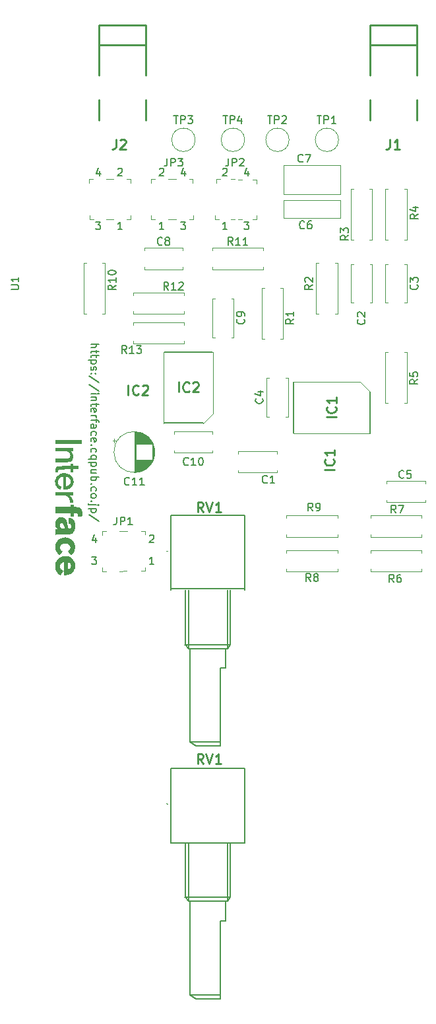
<source format=gbr>
G04 #@! TF.GenerationSoftware,KiCad,Pcbnew,(6.0.5)*
G04 #@! TF.CreationDate,2023-01-06T18:50:22+09:00*
G04 #@! TF.ProjectId,signalprocessing,7369676e-616c-4707-926f-63657373696e,rev?*
G04 #@! TF.SameCoordinates,Original*
G04 #@! TF.FileFunction,Legend,Top*
G04 #@! TF.FilePolarity,Positive*
%FSLAX46Y46*%
G04 Gerber Fmt 4.6, Leading zero omitted, Abs format (unit mm)*
G04 Created by KiCad (PCBNEW (6.0.5)) date 2023-01-06 18:50:22*
%MOMM*%
%LPD*%
G01*
G04 APERTURE LIST*
%ADD10C,0.150000*%
%ADD11C,0.254000*%
%ADD12C,0.120000*%
%ADD13C,0.100000*%
%ADD14C,0.200000*%
G04 APERTURE END LIST*
D10*
X91471714Y-142692380D02*
X90900285Y-142692380D01*
X91186000Y-142692380D02*
X91186000Y-141692380D01*
X91090761Y-141835238D01*
X90995523Y-141930476D01*
X90900285Y-141978095D01*
X83367619Y-114444285D02*
X84367619Y-114444285D01*
X83367619Y-114872857D02*
X83891428Y-114872857D01*
X83986666Y-114825238D01*
X84034285Y-114730000D01*
X84034285Y-114587142D01*
X83986666Y-114491904D01*
X83939047Y-114444285D01*
X84034285Y-115206190D02*
X84034285Y-115587142D01*
X84367619Y-115349047D02*
X83510476Y-115349047D01*
X83415238Y-115396666D01*
X83367619Y-115491904D01*
X83367619Y-115587142D01*
X84034285Y-115777619D02*
X84034285Y-116158571D01*
X84367619Y-115920476D02*
X83510476Y-115920476D01*
X83415238Y-115968095D01*
X83367619Y-116063333D01*
X83367619Y-116158571D01*
X84034285Y-116491904D02*
X83034285Y-116491904D01*
X83986666Y-116491904D02*
X84034285Y-116587142D01*
X84034285Y-116777619D01*
X83986666Y-116872857D01*
X83939047Y-116920476D01*
X83843809Y-116968095D01*
X83558095Y-116968095D01*
X83462857Y-116920476D01*
X83415238Y-116872857D01*
X83367619Y-116777619D01*
X83367619Y-116587142D01*
X83415238Y-116491904D01*
X83415238Y-117349047D02*
X83367619Y-117444285D01*
X83367619Y-117634761D01*
X83415238Y-117730000D01*
X83510476Y-117777619D01*
X83558095Y-117777619D01*
X83653333Y-117730000D01*
X83700952Y-117634761D01*
X83700952Y-117491904D01*
X83748571Y-117396666D01*
X83843809Y-117349047D01*
X83891428Y-117349047D01*
X83986666Y-117396666D01*
X84034285Y-117491904D01*
X84034285Y-117634761D01*
X83986666Y-117730000D01*
X83462857Y-118206190D02*
X83415238Y-118253809D01*
X83367619Y-118206190D01*
X83415238Y-118158571D01*
X83462857Y-118206190D01*
X83367619Y-118206190D01*
X83986666Y-118206190D02*
X83939047Y-118253809D01*
X83891428Y-118206190D01*
X83939047Y-118158571D01*
X83986666Y-118206190D01*
X83891428Y-118206190D01*
X84415238Y-119396666D02*
X83129523Y-118539523D01*
X84415238Y-120444285D02*
X83129523Y-119587142D01*
X83367619Y-120777619D02*
X84034285Y-120777619D01*
X84367619Y-120777619D02*
X84320000Y-120730000D01*
X84272380Y-120777619D01*
X84320000Y-120825238D01*
X84367619Y-120777619D01*
X84272380Y-120777619D01*
X84034285Y-121253809D02*
X83367619Y-121253809D01*
X83939047Y-121253809D02*
X83986666Y-121301428D01*
X84034285Y-121396666D01*
X84034285Y-121539523D01*
X83986666Y-121634761D01*
X83891428Y-121682380D01*
X83367619Y-121682380D01*
X84034285Y-122015714D02*
X84034285Y-122396666D01*
X84367619Y-122158571D02*
X83510476Y-122158571D01*
X83415238Y-122206190D01*
X83367619Y-122301428D01*
X83367619Y-122396666D01*
X83415238Y-123110952D02*
X83367619Y-123015714D01*
X83367619Y-122825238D01*
X83415238Y-122730000D01*
X83510476Y-122682380D01*
X83891428Y-122682380D01*
X83986666Y-122730000D01*
X84034285Y-122825238D01*
X84034285Y-123015714D01*
X83986666Y-123110952D01*
X83891428Y-123158571D01*
X83796190Y-123158571D01*
X83700952Y-122682380D01*
X83367619Y-123587142D02*
X84034285Y-123587142D01*
X83843809Y-123587142D02*
X83939047Y-123634761D01*
X83986666Y-123682380D01*
X84034285Y-123777619D01*
X84034285Y-123872857D01*
X84034285Y-124063333D02*
X84034285Y-124444285D01*
X83367619Y-124206190D02*
X84224761Y-124206190D01*
X84320000Y-124253809D01*
X84367619Y-124349047D01*
X84367619Y-124444285D01*
X83367619Y-125206190D02*
X83891428Y-125206190D01*
X83986666Y-125158571D01*
X84034285Y-125063333D01*
X84034285Y-124872857D01*
X83986666Y-124777619D01*
X83415238Y-125206190D02*
X83367619Y-125110952D01*
X83367619Y-124872857D01*
X83415238Y-124777619D01*
X83510476Y-124730000D01*
X83605714Y-124730000D01*
X83700952Y-124777619D01*
X83748571Y-124872857D01*
X83748571Y-125110952D01*
X83796190Y-125206190D01*
X83415238Y-126110952D02*
X83367619Y-126015714D01*
X83367619Y-125825238D01*
X83415238Y-125730000D01*
X83462857Y-125682380D01*
X83558095Y-125634761D01*
X83843809Y-125634761D01*
X83939047Y-125682380D01*
X83986666Y-125730000D01*
X84034285Y-125825238D01*
X84034285Y-126015714D01*
X83986666Y-126110952D01*
X83415238Y-126920476D02*
X83367619Y-126825238D01*
X83367619Y-126634761D01*
X83415238Y-126539523D01*
X83510476Y-126491904D01*
X83891428Y-126491904D01*
X83986666Y-126539523D01*
X84034285Y-126634761D01*
X84034285Y-126825238D01*
X83986666Y-126920476D01*
X83891428Y-126968095D01*
X83796190Y-126968095D01*
X83700952Y-126491904D01*
X83462857Y-127396666D02*
X83415238Y-127444285D01*
X83367619Y-127396666D01*
X83415238Y-127349047D01*
X83462857Y-127396666D01*
X83367619Y-127396666D01*
X83415238Y-128301428D02*
X83367619Y-128206190D01*
X83367619Y-128015714D01*
X83415238Y-127920476D01*
X83462857Y-127872857D01*
X83558095Y-127825238D01*
X83843809Y-127825238D01*
X83939047Y-127872857D01*
X83986666Y-127920476D01*
X84034285Y-128015714D01*
X84034285Y-128206190D01*
X83986666Y-128301428D01*
X84034285Y-129158571D02*
X83034285Y-129158571D01*
X83415238Y-129158571D02*
X83367619Y-129063333D01*
X83367619Y-128872857D01*
X83415238Y-128777619D01*
X83462857Y-128730000D01*
X83558095Y-128682380D01*
X83843809Y-128682380D01*
X83939047Y-128730000D01*
X83986666Y-128777619D01*
X84034285Y-128872857D01*
X84034285Y-129063333D01*
X83986666Y-129158571D01*
X84034285Y-129634761D02*
X83034285Y-129634761D01*
X83986666Y-129634761D02*
X84034285Y-129730000D01*
X84034285Y-129920476D01*
X83986666Y-130015714D01*
X83939047Y-130063333D01*
X83843809Y-130110952D01*
X83558095Y-130110952D01*
X83462857Y-130063333D01*
X83415238Y-130015714D01*
X83367619Y-129920476D01*
X83367619Y-129730000D01*
X83415238Y-129634761D01*
X84034285Y-130968095D02*
X83367619Y-130968095D01*
X84034285Y-130539523D02*
X83510476Y-130539523D01*
X83415238Y-130587142D01*
X83367619Y-130682380D01*
X83367619Y-130825238D01*
X83415238Y-130920476D01*
X83462857Y-130968095D01*
X83367619Y-131444285D02*
X84367619Y-131444285D01*
X83986666Y-131444285D02*
X84034285Y-131539523D01*
X84034285Y-131730000D01*
X83986666Y-131825238D01*
X83939047Y-131872857D01*
X83843809Y-131920476D01*
X83558095Y-131920476D01*
X83462857Y-131872857D01*
X83415238Y-131825238D01*
X83367619Y-131730000D01*
X83367619Y-131539523D01*
X83415238Y-131444285D01*
X83462857Y-132349047D02*
X83415238Y-132396666D01*
X83367619Y-132349047D01*
X83415238Y-132301428D01*
X83462857Y-132349047D01*
X83367619Y-132349047D01*
X83415238Y-133253809D02*
X83367619Y-133158571D01*
X83367619Y-132968095D01*
X83415238Y-132872857D01*
X83462857Y-132825238D01*
X83558095Y-132777619D01*
X83843809Y-132777619D01*
X83939047Y-132825238D01*
X83986666Y-132872857D01*
X84034285Y-132968095D01*
X84034285Y-133158571D01*
X83986666Y-133253809D01*
X83367619Y-133825238D02*
X83415238Y-133730000D01*
X83462857Y-133682380D01*
X83558095Y-133634761D01*
X83843809Y-133634761D01*
X83939047Y-133682380D01*
X83986666Y-133730000D01*
X84034285Y-133825238D01*
X84034285Y-133968095D01*
X83986666Y-134063333D01*
X83939047Y-134110952D01*
X83843809Y-134158571D01*
X83558095Y-134158571D01*
X83462857Y-134110952D01*
X83415238Y-134063333D01*
X83367619Y-133968095D01*
X83367619Y-133825238D01*
X83462857Y-134587142D02*
X83415238Y-134634761D01*
X83367619Y-134587142D01*
X83415238Y-134539523D01*
X83462857Y-134587142D01*
X83367619Y-134587142D01*
X84034285Y-135063333D02*
X83177142Y-135063333D01*
X83081904Y-135015714D01*
X83034285Y-134920476D01*
X83034285Y-134872857D01*
X84367619Y-135063333D02*
X84320000Y-135015714D01*
X84272380Y-135063333D01*
X84320000Y-135110952D01*
X84367619Y-135063333D01*
X84272380Y-135063333D01*
X84034285Y-135539523D02*
X83034285Y-135539523D01*
X83986666Y-135539523D02*
X84034285Y-135634761D01*
X84034285Y-135825238D01*
X83986666Y-135920476D01*
X83939047Y-135968095D01*
X83843809Y-136015714D01*
X83558095Y-136015714D01*
X83462857Y-135968095D01*
X83415238Y-135920476D01*
X83367619Y-135825238D01*
X83367619Y-135634761D01*
X83415238Y-135539523D01*
X84415238Y-137158571D02*
X83129523Y-136301428D01*
X83994666Y-98766380D02*
X84613714Y-98766380D01*
X84280380Y-99147333D01*
X84423238Y-99147333D01*
X84518476Y-99194952D01*
X84566095Y-99242571D01*
X84613714Y-99337809D01*
X84613714Y-99575904D01*
X84566095Y-99671142D01*
X84518476Y-99718761D01*
X84423238Y-99766380D01*
X84137523Y-99766380D01*
X84042285Y-99718761D01*
X83994666Y-99671142D01*
X94916666Y-98766380D02*
X95535714Y-98766380D01*
X95202380Y-99147333D01*
X95345238Y-99147333D01*
X95440476Y-99194952D01*
X95488095Y-99242571D01*
X95535714Y-99337809D01*
X95535714Y-99575904D01*
X95488095Y-99671142D01*
X95440476Y-99718761D01*
X95345238Y-99766380D01*
X95059523Y-99766380D01*
X94964285Y-99718761D01*
X94916666Y-99671142D01*
X100869714Y-99766380D02*
X100298285Y-99766380D01*
X100584000Y-99766380D02*
X100584000Y-98766380D01*
X100488761Y-98909238D01*
X100393523Y-99004476D01*
X100298285Y-99052095D01*
X84518476Y-92241714D02*
X84518476Y-92908380D01*
X84280380Y-91860761D02*
X84042285Y-92575047D01*
X84661333Y-92575047D01*
X100298285Y-92003619D02*
X100345904Y-91956000D01*
X100441142Y-91908380D01*
X100679238Y-91908380D01*
X100774476Y-91956000D01*
X100822095Y-92003619D01*
X100869714Y-92098857D01*
X100869714Y-92194095D01*
X100822095Y-92336952D01*
X100250666Y-92908380D01*
X100869714Y-92908380D01*
X90900285Y-138993619D02*
X90947904Y-138946000D01*
X91043142Y-138898380D01*
X91281238Y-138898380D01*
X91376476Y-138946000D01*
X91424095Y-138993619D01*
X91471714Y-139088857D01*
X91471714Y-139184095D01*
X91424095Y-139326952D01*
X90852666Y-139898380D01*
X91471714Y-139898380D01*
X103568476Y-92241714D02*
X103568476Y-92908380D01*
X103330380Y-91860761D02*
X103092285Y-92575047D01*
X103711333Y-92575047D01*
X83486666Y-141692380D02*
X84105714Y-141692380D01*
X83772380Y-142073333D01*
X83915238Y-142073333D01*
X84010476Y-142120952D01*
X84058095Y-142168571D01*
X84105714Y-142263809D01*
X84105714Y-142501904D01*
X84058095Y-142597142D01*
X84010476Y-142644761D01*
X83915238Y-142692380D01*
X83629523Y-142692380D01*
X83534285Y-142644761D01*
X83486666Y-142597142D01*
X103044666Y-98766380D02*
X103663714Y-98766380D01*
X103330380Y-99147333D01*
X103473238Y-99147333D01*
X103568476Y-99194952D01*
X103616095Y-99242571D01*
X103663714Y-99337809D01*
X103663714Y-99575904D01*
X103616095Y-99671142D01*
X103568476Y-99718761D01*
X103473238Y-99766380D01*
X103187523Y-99766380D01*
X103092285Y-99718761D01*
X103044666Y-99671142D01*
X92741714Y-99766380D02*
X92170285Y-99766380D01*
X92456000Y-99766380D02*
X92456000Y-98766380D01*
X92360761Y-98909238D01*
X92265523Y-99004476D01*
X92170285Y-99052095D01*
X84010476Y-139231714D02*
X84010476Y-139898380D01*
X83772380Y-138850761D02*
X83534285Y-139565047D01*
X84153333Y-139565047D01*
X92170285Y-92003619D02*
X92217904Y-91956000D01*
X92313142Y-91908380D01*
X92551238Y-91908380D01*
X92646476Y-91956000D01*
X92694095Y-92003619D01*
X92741714Y-92098857D01*
X92741714Y-92194095D01*
X92694095Y-92336952D01*
X92122666Y-92908380D01*
X92741714Y-92908380D01*
X95440476Y-92241714D02*
X95440476Y-92908380D01*
X95202380Y-91860761D02*
X94964285Y-92575047D01*
X95583333Y-92575047D01*
X86836285Y-92003619D02*
X86883904Y-91956000D01*
X86979142Y-91908380D01*
X87217238Y-91908380D01*
X87312476Y-91956000D01*
X87360095Y-92003619D01*
X87407714Y-92098857D01*
X87407714Y-92194095D01*
X87360095Y-92336952D01*
X86788666Y-92908380D01*
X87407714Y-92908380D01*
X87407714Y-99766380D02*
X86836285Y-99766380D01*
X87122000Y-99766380D02*
X87122000Y-98766380D01*
X87026761Y-98909238D01*
X86931523Y-99004476D01*
X86836285Y-99052095D01*
G04 #@! TO.C,TP4*
X100338095Y-85177380D02*
X100909523Y-85177380D01*
X100623809Y-86177380D02*
X100623809Y-85177380D01*
X101242857Y-86177380D02*
X101242857Y-85177380D01*
X101623809Y-85177380D01*
X101719047Y-85225000D01*
X101766666Y-85272619D01*
X101814285Y-85367857D01*
X101814285Y-85510714D01*
X101766666Y-85605952D01*
X101719047Y-85653571D01*
X101623809Y-85701190D01*
X101242857Y-85701190D01*
X102671428Y-85510714D02*
X102671428Y-86177380D01*
X102433333Y-85129761D02*
X102195238Y-85844047D01*
X102814285Y-85844047D01*
G04 #@! TO.C,C10*
X95877142Y-129897142D02*
X95829523Y-129944761D01*
X95686666Y-129992380D01*
X95591428Y-129992380D01*
X95448571Y-129944761D01*
X95353333Y-129849523D01*
X95305714Y-129754285D01*
X95258095Y-129563809D01*
X95258095Y-129420952D01*
X95305714Y-129230476D01*
X95353333Y-129135238D01*
X95448571Y-129040000D01*
X95591428Y-128992380D01*
X95686666Y-128992380D01*
X95829523Y-129040000D01*
X95877142Y-129087619D01*
X96829523Y-129992380D02*
X96258095Y-129992380D01*
X96543809Y-129992380D02*
X96543809Y-128992380D01*
X96448571Y-129135238D01*
X96353333Y-129230476D01*
X96258095Y-129278095D01*
X97448571Y-128992380D02*
X97543809Y-128992380D01*
X97639047Y-129040000D01*
X97686666Y-129087619D01*
X97734285Y-129182857D01*
X97781904Y-129373333D01*
X97781904Y-129611428D01*
X97734285Y-129801904D01*
X97686666Y-129897142D01*
X97639047Y-129944761D01*
X97543809Y-129992380D01*
X97448571Y-129992380D01*
X97353333Y-129944761D01*
X97305714Y-129897142D01*
X97258095Y-129801904D01*
X97210476Y-129611428D01*
X97210476Y-129373333D01*
X97258095Y-129182857D01*
X97305714Y-129087619D01*
X97353333Y-129040000D01*
X97448571Y-128992380D01*
G04 #@! TO.C,C8*
X92520987Y-101677148D02*
X92473368Y-101724767D01*
X92330511Y-101772386D01*
X92235273Y-101772386D01*
X92092415Y-101724767D01*
X91997177Y-101629529D01*
X91949558Y-101534291D01*
X91901939Y-101343815D01*
X91901939Y-101200958D01*
X91949558Y-101010482D01*
X91997177Y-100915244D01*
X92092415Y-100820006D01*
X92235273Y-100772386D01*
X92330511Y-100772386D01*
X92473368Y-100820006D01*
X92520987Y-100867625D01*
X93092415Y-101200958D02*
X92997177Y-101153339D01*
X92949558Y-101105720D01*
X92901939Y-101010482D01*
X92901939Y-100962863D01*
X92949558Y-100867625D01*
X92997177Y-100820006D01*
X93092415Y-100772386D01*
X93282892Y-100772386D01*
X93378130Y-100820006D01*
X93425749Y-100867625D01*
X93473368Y-100962863D01*
X93473368Y-101010482D01*
X93425749Y-101105720D01*
X93378130Y-101153339D01*
X93282892Y-101200958D01*
X93092415Y-101200958D01*
X92997177Y-101248577D01*
X92949558Y-101296196D01*
X92901939Y-101391434D01*
X92901939Y-101581910D01*
X92949558Y-101677148D01*
X92997177Y-101724767D01*
X93092415Y-101772386D01*
X93282892Y-101772386D01*
X93378130Y-101724767D01*
X93425749Y-101677148D01*
X93473368Y-101581910D01*
X93473368Y-101391434D01*
X93425749Y-101296196D01*
X93378130Y-101248577D01*
X93282892Y-101200958D01*
G04 #@! TO.C,TP1*
X112403095Y-85177380D02*
X112974523Y-85177380D01*
X112688809Y-86177380D02*
X112688809Y-85177380D01*
X113307857Y-86177380D02*
X113307857Y-85177380D01*
X113688809Y-85177380D01*
X113784047Y-85225000D01*
X113831666Y-85272619D01*
X113879285Y-85367857D01*
X113879285Y-85510714D01*
X113831666Y-85605952D01*
X113784047Y-85653571D01*
X113688809Y-85701190D01*
X113307857Y-85701190D01*
X114831666Y-86177380D02*
X114260238Y-86177380D01*
X114545952Y-86177380D02*
X114545952Y-85177380D01*
X114450714Y-85320238D01*
X114355476Y-85415476D01*
X114260238Y-85463095D01*
G04 #@! TO.C,U1*
X73112380Y-107441904D02*
X73921904Y-107441904D01*
X74017142Y-107394285D01*
X74064761Y-107346666D01*
X74112380Y-107251428D01*
X74112380Y-107060952D01*
X74064761Y-106965714D01*
X74017142Y-106918095D01*
X73921904Y-106870476D01*
X73112380Y-106870476D01*
X74112380Y-105870476D02*
X74112380Y-106441904D01*
X74112380Y-106156190D02*
X73112380Y-106156190D01*
X73255238Y-106251428D01*
X73350476Y-106346666D01*
X73398095Y-106441904D01*
G04 #@! TO.C,R12*
X93315254Y-107504150D02*
X92981921Y-107027960D01*
X92743826Y-107504150D02*
X92743826Y-106504150D01*
X93124778Y-106504150D01*
X93220016Y-106551770D01*
X93267635Y-106599389D01*
X93315254Y-106694627D01*
X93315254Y-106837484D01*
X93267635Y-106932722D01*
X93220016Y-106980341D01*
X93124778Y-107027960D01*
X92743826Y-107027960D01*
X94267635Y-107504150D02*
X93696207Y-107504150D01*
X93981921Y-107504150D02*
X93981921Y-106504150D01*
X93886683Y-106647008D01*
X93791445Y-106742246D01*
X93696207Y-106789865D01*
X94648588Y-106599389D02*
X94696207Y-106551770D01*
X94791445Y-106504150D01*
X95029540Y-106504150D01*
X95124778Y-106551770D01*
X95172397Y-106599389D01*
X95220016Y-106694627D01*
X95220016Y-106789865D01*
X95172397Y-106932722D01*
X94600969Y-107504150D01*
X95220016Y-107504150D01*
G04 #@! TO.C,R10*
X86570924Y-106895690D02*
X86094734Y-107229023D01*
X86570924Y-107467118D02*
X85570924Y-107467118D01*
X85570924Y-107086166D01*
X85618544Y-106990928D01*
X85666163Y-106943309D01*
X85761401Y-106895690D01*
X85904258Y-106895690D01*
X85999496Y-106943309D01*
X86047115Y-106990928D01*
X86094734Y-107086166D01*
X86094734Y-107467118D01*
X86570924Y-105943309D02*
X86570924Y-106514737D01*
X86570924Y-106229023D02*
X85570924Y-106229023D01*
X85713782Y-106324261D01*
X85809020Y-106419499D01*
X85856639Y-106514737D01*
X85570924Y-105324261D02*
X85570924Y-105229023D01*
X85618544Y-105133785D01*
X85666163Y-105086166D01*
X85761401Y-105038547D01*
X85951877Y-104990928D01*
X86189972Y-104990928D01*
X86380448Y-105038547D01*
X86475686Y-105086166D01*
X86523305Y-105133785D01*
X86570924Y-105229023D01*
X86570924Y-105324261D01*
X86523305Y-105419499D01*
X86475686Y-105467118D01*
X86380448Y-105514737D01*
X86189972Y-105562356D01*
X85951877Y-105562356D01*
X85761401Y-105514737D01*
X85666163Y-105467118D01*
X85618544Y-105419499D01*
X85570924Y-105324261D01*
G04 #@! TO.C,R1*
X109401729Y-111223716D02*
X108925539Y-111557050D01*
X109401729Y-111795145D02*
X108401729Y-111795145D01*
X108401729Y-111414192D01*
X108449349Y-111318954D01*
X108496968Y-111271335D01*
X108592206Y-111223716D01*
X108735063Y-111223716D01*
X108830301Y-111271335D01*
X108877920Y-111318954D01*
X108925539Y-111414192D01*
X108925539Y-111795145D01*
X109401729Y-110271335D02*
X109401729Y-110842764D01*
X109401729Y-110557050D02*
X108401729Y-110557050D01*
X108544587Y-110652288D01*
X108639825Y-110747526D01*
X108687444Y-110842764D01*
G04 #@! TO.C,C11*
X88302030Y-132437142D02*
X88254411Y-132484761D01*
X88111554Y-132532380D01*
X88016316Y-132532380D01*
X87873459Y-132484761D01*
X87778221Y-132389523D01*
X87730602Y-132294285D01*
X87682983Y-132103809D01*
X87682983Y-131960952D01*
X87730602Y-131770476D01*
X87778221Y-131675238D01*
X87873459Y-131580000D01*
X88016316Y-131532380D01*
X88111554Y-131532380D01*
X88254411Y-131580000D01*
X88302030Y-131627619D01*
X89254411Y-132532380D02*
X88682983Y-132532380D01*
X88968697Y-132532380D02*
X88968697Y-131532380D01*
X88873459Y-131675238D01*
X88778221Y-131770476D01*
X88682983Y-131818095D01*
X90206792Y-132532380D02*
X89635364Y-132532380D01*
X89921078Y-132532380D02*
X89921078Y-131532380D01*
X89825840Y-131675238D01*
X89730602Y-131770476D01*
X89635364Y-131818095D01*
D11*
G04 #@! TO.C,J1*
X121750666Y-88204523D02*
X121750666Y-89111666D01*
X121690190Y-89293095D01*
X121569238Y-89414047D01*
X121387809Y-89474523D01*
X121266857Y-89474523D01*
X123020666Y-89474523D02*
X122294952Y-89474523D01*
X122657809Y-89474523D02*
X122657809Y-88204523D01*
X122536857Y-88385952D01*
X122415904Y-88506904D01*
X122294952Y-88567380D01*
D10*
G04 #@! TO.C,R3*
X116432928Y-100506611D02*
X115956738Y-100839945D01*
X116432928Y-101078040D02*
X115432928Y-101078040D01*
X115432928Y-100697087D01*
X115480548Y-100601849D01*
X115528167Y-100554230D01*
X115623405Y-100506611D01*
X115766262Y-100506611D01*
X115861500Y-100554230D01*
X115909119Y-100601849D01*
X115956738Y-100697087D01*
X115956738Y-101078040D01*
X115432928Y-100173278D02*
X115432928Y-99554230D01*
X115813881Y-99887564D01*
X115813881Y-99744706D01*
X115861500Y-99649468D01*
X115909119Y-99601849D01*
X116004357Y-99554230D01*
X116242452Y-99554230D01*
X116337690Y-99601849D01*
X116385309Y-99649468D01*
X116432928Y-99744706D01*
X116432928Y-100030421D01*
X116385309Y-100125659D01*
X116337690Y-100173278D01*
G04 #@! TO.C,C1*
X106005333Y-132183142D02*
X105957714Y-132230761D01*
X105814857Y-132278380D01*
X105719619Y-132278380D01*
X105576761Y-132230761D01*
X105481523Y-132135523D01*
X105433904Y-132040285D01*
X105386285Y-131849809D01*
X105386285Y-131706952D01*
X105433904Y-131516476D01*
X105481523Y-131421238D01*
X105576761Y-131326000D01*
X105719619Y-131278380D01*
X105814857Y-131278380D01*
X105957714Y-131326000D01*
X106005333Y-131373619D01*
X106957714Y-132278380D02*
X106386285Y-132278380D01*
X106672000Y-132278380D02*
X106672000Y-131278380D01*
X106576761Y-131421238D01*
X106481523Y-131516476D01*
X106386285Y-131564095D01*
G04 #@! TO.C,JP2*
X101020666Y-90638380D02*
X101020666Y-91352666D01*
X100973047Y-91495523D01*
X100877809Y-91590761D01*
X100734952Y-91638380D01*
X100639714Y-91638380D01*
X101496857Y-91638380D02*
X101496857Y-90638380D01*
X101877809Y-90638380D01*
X101973047Y-90686000D01*
X102020666Y-90733619D01*
X102068285Y-90828857D01*
X102068285Y-90971714D01*
X102020666Y-91066952D01*
X101973047Y-91114571D01*
X101877809Y-91162190D01*
X101496857Y-91162190D01*
X102449238Y-90733619D02*
X102496857Y-90686000D01*
X102592095Y-90638380D01*
X102830190Y-90638380D01*
X102925428Y-90686000D01*
X102973047Y-90733619D01*
X103020666Y-90828857D01*
X103020666Y-90924095D01*
X102973047Y-91066952D01*
X102401619Y-91638380D01*
X103020666Y-91638380D01*
G04 #@! TO.C,R9*
X111847333Y-135834380D02*
X111514000Y-135358190D01*
X111275904Y-135834380D02*
X111275904Y-134834380D01*
X111656857Y-134834380D01*
X111752095Y-134882000D01*
X111799714Y-134929619D01*
X111847333Y-135024857D01*
X111847333Y-135167714D01*
X111799714Y-135262952D01*
X111752095Y-135310571D01*
X111656857Y-135358190D01*
X111275904Y-135358190D01*
X112323523Y-135834380D02*
X112514000Y-135834380D01*
X112609238Y-135786761D01*
X112656857Y-135739142D01*
X112752095Y-135596285D01*
X112799714Y-135405809D01*
X112799714Y-135024857D01*
X112752095Y-134929619D01*
X112704476Y-134882000D01*
X112609238Y-134834380D01*
X112418761Y-134834380D01*
X112323523Y-134882000D01*
X112275904Y-134929619D01*
X112228285Y-135024857D01*
X112228285Y-135262952D01*
X112275904Y-135358190D01*
X112323523Y-135405809D01*
X112418761Y-135453428D01*
X112609238Y-135453428D01*
X112704476Y-135405809D01*
X112752095Y-135358190D01*
X112799714Y-135262952D01*
G04 #@! TO.C,TP3*
X93988095Y-85177380D02*
X94559523Y-85177380D01*
X94273809Y-86177380D02*
X94273809Y-85177380D01*
X94892857Y-86177380D02*
X94892857Y-85177380D01*
X95273809Y-85177380D01*
X95369047Y-85225000D01*
X95416666Y-85272619D01*
X95464285Y-85367857D01*
X95464285Y-85510714D01*
X95416666Y-85605952D01*
X95369047Y-85653571D01*
X95273809Y-85701190D01*
X94892857Y-85701190D01*
X95797619Y-85177380D02*
X96416666Y-85177380D01*
X96083333Y-85558333D01*
X96226190Y-85558333D01*
X96321428Y-85605952D01*
X96369047Y-85653571D01*
X96416666Y-85748809D01*
X96416666Y-85986904D01*
X96369047Y-86082142D01*
X96321428Y-86129761D01*
X96226190Y-86177380D01*
X95940476Y-86177380D01*
X95845238Y-86129761D01*
X95797619Y-86082142D01*
G04 #@! TO.C,C7*
X110577333Y-91035142D02*
X110529714Y-91082761D01*
X110386857Y-91130380D01*
X110291619Y-91130380D01*
X110148761Y-91082761D01*
X110053523Y-90987523D01*
X110005904Y-90892285D01*
X109958285Y-90701809D01*
X109958285Y-90558952D01*
X110005904Y-90368476D01*
X110053523Y-90273238D01*
X110148761Y-90178000D01*
X110291619Y-90130380D01*
X110386857Y-90130380D01*
X110529714Y-90178000D01*
X110577333Y-90225619D01*
X110910666Y-90130380D02*
X111577333Y-90130380D01*
X111148761Y-91130380D01*
D11*
G04 #@! TO.C,J2*
X86572666Y-88204523D02*
X86572666Y-89111666D01*
X86512190Y-89293095D01*
X86391238Y-89414047D01*
X86209809Y-89474523D01*
X86088857Y-89474523D01*
X87116952Y-88325476D02*
X87177428Y-88265000D01*
X87298380Y-88204523D01*
X87600761Y-88204523D01*
X87721714Y-88265000D01*
X87782190Y-88325476D01*
X87842666Y-88446428D01*
X87842666Y-88567380D01*
X87782190Y-88748809D01*
X87056476Y-89474523D01*
X87842666Y-89474523D01*
D10*
G04 #@! TO.C,R6*
X122261333Y-144978380D02*
X121928000Y-144502190D01*
X121689904Y-144978380D02*
X121689904Y-143978380D01*
X122070857Y-143978380D01*
X122166095Y-144026000D01*
X122213714Y-144073619D01*
X122261333Y-144168857D01*
X122261333Y-144311714D01*
X122213714Y-144406952D01*
X122166095Y-144454571D01*
X122070857Y-144502190D01*
X121689904Y-144502190D01*
X123118476Y-143978380D02*
X122928000Y-143978380D01*
X122832761Y-144026000D01*
X122785142Y-144073619D01*
X122689904Y-144216476D01*
X122642285Y-144406952D01*
X122642285Y-144787904D01*
X122689904Y-144883142D01*
X122737523Y-144930761D01*
X122832761Y-144978380D01*
X123023238Y-144978380D01*
X123118476Y-144930761D01*
X123166095Y-144883142D01*
X123213714Y-144787904D01*
X123213714Y-144549809D01*
X123166095Y-144454571D01*
X123118476Y-144406952D01*
X123023238Y-144359333D01*
X122832761Y-144359333D01*
X122737523Y-144406952D01*
X122689904Y-144454571D01*
X122642285Y-144549809D01*
G04 #@! TO.C,JP3*
X93146666Y-90638380D02*
X93146666Y-91352666D01*
X93099047Y-91495523D01*
X93003809Y-91590761D01*
X92860952Y-91638380D01*
X92765714Y-91638380D01*
X93622857Y-91638380D02*
X93622857Y-90638380D01*
X94003809Y-90638380D01*
X94099047Y-90686000D01*
X94146666Y-90733619D01*
X94194285Y-90828857D01*
X94194285Y-90971714D01*
X94146666Y-91066952D01*
X94099047Y-91114571D01*
X94003809Y-91162190D01*
X93622857Y-91162190D01*
X94527619Y-90638380D02*
X95146666Y-90638380D01*
X94813333Y-91019333D01*
X94956190Y-91019333D01*
X95051428Y-91066952D01*
X95099047Y-91114571D01*
X95146666Y-91209809D01*
X95146666Y-91447904D01*
X95099047Y-91543142D01*
X95051428Y-91590761D01*
X94956190Y-91638380D01*
X94670476Y-91638380D01*
X94575238Y-91590761D01*
X94527619Y-91543142D01*
G04 #@! TO.C,JP1*
X86686666Y-136612380D02*
X86686666Y-137326666D01*
X86639047Y-137469523D01*
X86543809Y-137564761D01*
X86400952Y-137612380D01*
X86305714Y-137612380D01*
X87162857Y-137612380D02*
X87162857Y-136612380D01*
X87543809Y-136612380D01*
X87639047Y-136660000D01*
X87686666Y-136707619D01*
X87734285Y-136802857D01*
X87734285Y-136945714D01*
X87686666Y-137040952D01*
X87639047Y-137088571D01*
X87543809Y-137136190D01*
X87162857Y-137136190D01*
X88686666Y-137612380D02*
X88115238Y-137612380D01*
X88400952Y-137612380D02*
X88400952Y-136612380D01*
X88305714Y-136755238D01*
X88210476Y-136850476D01*
X88115238Y-136898095D01*
G04 #@! TO.C,R7*
X122515333Y-136088380D02*
X122182000Y-135612190D01*
X121943904Y-136088380D02*
X121943904Y-135088380D01*
X122324857Y-135088380D01*
X122420095Y-135136000D01*
X122467714Y-135183619D01*
X122515333Y-135278857D01*
X122515333Y-135421714D01*
X122467714Y-135516952D01*
X122420095Y-135564571D01*
X122324857Y-135612190D01*
X121943904Y-135612190D01*
X122848666Y-135088380D02*
X123515333Y-135088380D01*
X123086761Y-136088380D01*
G04 #@! TO.C,R8*
X111593333Y-144851380D02*
X111260000Y-144375190D01*
X111021904Y-144851380D02*
X111021904Y-143851380D01*
X111402857Y-143851380D01*
X111498095Y-143899000D01*
X111545714Y-143946619D01*
X111593333Y-144041857D01*
X111593333Y-144184714D01*
X111545714Y-144279952D01*
X111498095Y-144327571D01*
X111402857Y-144375190D01*
X111021904Y-144375190D01*
X112164761Y-144279952D02*
X112069523Y-144232333D01*
X112021904Y-144184714D01*
X111974285Y-144089476D01*
X111974285Y-144041857D01*
X112021904Y-143946619D01*
X112069523Y-143899000D01*
X112164761Y-143851380D01*
X112355238Y-143851380D01*
X112450476Y-143899000D01*
X112498095Y-143946619D01*
X112545714Y-144041857D01*
X112545714Y-144089476D01*
X112498095Y-144184714D01*
X112450476Y-144232333D01*
X112355238Y-144279952D01*
X112164761Y-144279952D01*
X112069523Y-144327571D01*
X112021904Y-144375190D01*
X111974285Y-144470428D01*
X111974285Y-144660904D01*
X112021904Y-144756142D01*
X112069523Y-144803761D01*
X112164761Y-144851380D01*
X112355238Y-144851380D01*
X112450476Y-144803761D01*
X112498095Y-144756142D01*
X112545714Y-144660904D01*
X112545714Y-144470428D01*
X112498095Y-144375190D01*
X112450476Y-144327571D01*
X112355238Y-144279952D01*
G04 #@! TO.C,R13*
X87947397Y-115643320D02*
X87614064Y-115167130D01*
X87375969Y-115643320D02*
X87375969Y-114643320D01*
X87756921Y-114643320D01*
X87852159Y-114690940D01*
X87899778Y-114738559D01*
X87947397Y-114833797D01*
X87947397Y-114976654D01*
X87899778Y-115071892D01*
X87852159Y-115119511D01*
X87756921Y-115167130D01*
X87375969Y-115167130D01*
X88899778Y-115643320D02*
X88328350Y-115643320D01*
X88614064Y-115643320D02*
X88614064Y-114643320D01*
X88518826Y-114786178D01*
X88423588Y-114881416D01*
X88328350Y-114929035D01*
X89233112Y-114643320D02*
X89852159Y-114643320D01*
X89518826Y-115024273D01*
X89661683Y-115024273D01*
X89756921Y-115071892D01*
X89804540Y-115119511D01*
X89852159Y-115214749D01*
X89852159Y-115452844D01*
X89804540Y-115548082D01*
X89756921Y-115595701D01*
X89661683Y-115643320D01*
X89375969Y-115643320D01*
X89280731Y-115595701D01*
X89233112Y-115548082D01*
G04 #@! TO.C,R11*
X101582105Y-101755742D02*
X101248772Y-101279552D01*
X101010677Y-101755742D02*
X101010677Y-100755742D01*
X101391629Y-100755742D01*
X101486867Y-100803362D01*
X101534486Y-100850981D01*
X101582105Y-100946219D01*
X101582105Y-101089076D01*
X101534486Y-101184314D01*
X101486867Y-101231933D01*
X101391629Y-101279552D01*
X101010677Y-101279552D01*
X102534486Y-101755742D02*
X101963058Y-101755742D01*
X102248772Y-101755742D02*
X102248772Y-100755742D01*
X102153534Y-100898600D01*
X102058296Y-100993838D01*
X101963058Y-101041457D01*
X103486867Y-101755742D02*
X102915439Y-101755742D01*
X103201153Y-101755742D02*
X103201153Y-100755742D01*
X103105915Y-100898600D01*
X103010677Y-100993838D01*
X102915439Y-101041457D01*
G04 #@! TO.C,C6*
X110768854Y-99569344D02*
X110721235Y-99616963D01*
X110578378Y-99664582D01*
X110483140Y-99664582D01*
X110340282Y-99616963D01*
X110245044Y-99521725D01*
X110197425Y-99426487D01*
X110149806Y-99236011D01*
X110149806Y-99093154D01*
X110197425Y-98902678D01*
X110245044Y-98807440D01*
X110340282Y-98712202D01*
X110483140Y-98664582D01*
X110578378Y-98664582D01*
X110721235Y-98712202D01*
X110768854Y-98759821D01*
X111625997Y-98664582D02*
X111435521Y-98664582D01*
X111340282Y-98712202D01*
X111292663Y-98759821D01*
X111197425Y-98902678D01*
X111149806Y-99093154D01*
X111149806Y-99474106D01*
X111197425Y-99569344D01*
X111245044Y-99616963D01*
X111340282Y-99664582D01*
X111530759Y-99664582D01*
X111625997Y-99616963D01*
X111673616Y-99569344D01*
X111721235Y-99474106D01*
X111721235Y-99236011D01*
X111673616Y-99140773D01*
X111625997Y-99093154D01*
X111530759Y-99045535D01*
X111340282Y-99045535D01*
X111245044Y-99093154D01*
X111197425Y-99140773D01*
X111149806Y-99236011D01*
G04 #@! TO.C,TP2*
X106053095Y-85177380D02*
X106624523Y-85177380D01*
X106338809Y-86177380D02*
X106338809Y-85177380D01*
X106957857Y-86177380D02*
X106957857Y-85177380D01*
X107338809Y-85177380D01*
X107434047Y-85225000D01*
X107481666Y-85272619D01*
X107529285Y-85367857D01*
X107529285Y-85510714D01*
X107481666Y-85605952D01*
X107434047Y-85653571D01*
X107338809Y-85701190D01*
X106957857Y-85701190D01*
X107910238Y-85272619D02*
X107957857Y-85225000D01*
X108053095Y-85177380D01*
X108291190Y-85177380D01*
X108386428Y-85225000D01*
X108434047Y-85272619D01*
X108481666Y-85367857D01*
X108481666Y-85463095D01*
X108434047Y-85605952D01*
X107862619Y-86177380D01*
X108481666Y-86177380D01*
G04 #@! TO.C,C3*
X125249092Y-106843934D02*
X125296711Y-106891553D01*
X125344330Y-107034410D01*
X125344330Y-107129648D01*
X125296711Y-107272506D01*
X125201473Y-107367744D01*
X125106235Y-107415363D01*
X124915759Y-107462982D01*
X124772902Y-107462982D01*
X124582426Y-107415363D01*
X124487188Y-107367744D01*
X124391950Y-107272506D01*
X124344330Y-107129648D01*
X124344330Y-107034410D01*
X124391950Y-106891553D01*
X124439569Y-106843934D01*
X124344330Y-106510601D02*
X124344330Y-105891553D01*
X124725283Y-106224887D01*
X124725283Y-106082029D01*
X124772902Y-105986791D01*
X124820521Y-105939172D01*
X124915759Y-105891553D01*
X125153854Y-105891553D01*
X125249092Y-105939172D01*
X125296711Y-105986791D01*
X125344330Y-106082029D01*
X125344330Y-106367744D01*
X125296711Y-106462982D01*
X125249092Y-106510601D01*
D11*
G04 #@! TO.C,RV1*
X97796047Y-168214523D02*
X97372714Y-167609761D01*
X97070333Y-168214523D02*
X97070333Y-166944523D01*
X97554142Y-166944523D01*
X97675095Y-167005000D01*
X97735571Y-167065476D01*
X97796047Y-167186428D01*
X97796047Y-167367857D01*
X97735571Y-167488809D01*
X97675095Y-167549285D01*
X97554142Y-167609761D01*
X97070333Y-167609761D01*
X98158904Y-166944523D02*
X98582238Y-168214523D01*
X99005571Y-166944523D01*
X100094142Y-168214523D02*
X99368428Y-168214523D01*
X99731285Y-168214523D02*
X99731285Y-166944523D01*
X99610333Y-167125952D01*
X99489380Y-167246904D01*
X99368428Y-167307380D01*
D10*
G04 #@! TO.C,C9*
X102998218Y-111257005D02*
X103045837Y-111304624D01*
X103093456Y-111447481D01*
X103093456Y-111542719D01*
X103045837Y-111685577D01*
X102950599Y-111780815D01*
X102855361Y-111828434D01*
X102664885Y-111876053D01*
X102522028Y-111876053D01*
X102331552Y-111828434D01*
X102236314Y-111780815D01*
X102141076Y-111685577D01*
X102093456Y-111542719D01*
X102093456Y-111447481D01*
X102141076Y-111304624D01*
X102188695Y-111257005D01*
X103093456Y-110780815D02*
X103093456Y-110590339D01*
X103045837Y-110495100D01*
X102998218Y-110447481D01*
X102855361Y-110352243D01*
X102664885Y-110304624D01*
X102283933Y-110304624D01*
X102188695Y-110352243D01*
X102141076Y-110399862D01*
X102093456Y-110495100D01*
X102093456Y-110685577D01*
X102141076Y-110780815D01*
X102188695Y-110828434D01*
X102283933Y-110876053D01*
X102522028Y-110876053D01*
X102617266Y-110828434D01*
X102664885Y-110780815D01*
X102712504Y-110685577D01*
X102712504Y-110495100D01*
X102664885Y-110399862D01*
X102617266Y-110352243D01*
X102522028Y-110304624D01*
D11*
G04 #@! TO.C,IC2*
X88168238Y-120970523D02*
X88168238Y-119700523D01*
X89498714Y-120849571D02*
X89438238Y-120910047D01*
X89256809Y-120970523D01*
X89135857Y-120970523D01*
X88954428Y-120910047D01*
X88833476Y-120789095D01*
X88773000Y-120668142D01*
X88712523Y-120426238D01*
X88712523Y-120244809D01*
X88773000Y-120002904D01*
X88833476Y-119881952D01*
X88954428Y-119761000D01*
X89135857Y-119700523D01*
X89256809Y-119700523D01*
X89438238Y-119761000D01*
X89498714Y-119821476D01*
X89982523Y-119821476D02*
X90043000Y-119761000D01*
X90163952Y-119700523D01*
X90466333Y-119700523D01*
X90587285Y-119761000D01*
X90647761Y-119821476D01*
X90708238Y-119942428D01*
X90708238Y-120063380D01*
X90647761Y-120244809D01*
X89922047Y-120970523D01*
X90708238Y-120970523D01*
X94645238Y-120589523D02*
X94645238Y-119319523D01*
X95975714Y-120468571D02*
X95915238Y-120529047D01*
X95733809Y-120589523D01*
X95612857Y-120589523D01*
X95431428Y-120529047D01*
X95310476Y-120408095D01*
X95250000Y-120287142D01*
X95189523Y-120045238D01*
X95189523Y-119863809D01*
X95250000Y-119621904D01*
X95310476Y-119500952D01*
X95431428Y-119380000D01*
X95612857Y-119319523D01*
X95733809Y-119319523D01*
X95915238Y-119380000D01*
X95975714Y-119440476D01*
X96459523Y-119440476D02*
X96520000Y-119380000D01*
X96640952Y-119319523D01*
X96943333Y-119319523D01*
X97064285Y-119380000D01*
X97124761Y-119440476D01*
X97185238Y-119561428D01*
X97185238Y-119682380D01*
X97124761Y-119863809D01*
X96399047Y-120589523D01*
X97185238Y-120589523D01*
D10*
G04 #@! TO.C,R2*
X111831380Y-106846666D02*
X111355190Y-107180000D01*
X111831380Y-107418095D02*
X110831380Y-107418095D01*
X110831380Y-107037142D01*
X110879000Y-106941904D01*
X110926619Y-106894285D01*
X111021857Y-106846666D01*
X111164714Y-106846666D01*
X111259952Y-106894285D01*
X111307571Y-106941904D01*
X111355190Y-107037142D01*
X111355190Y-107418095D01*
X110926619Y-106465714D02*
X110879000Y-106418095D01*
X110831380Y-106322857D01*
X110831380Y-106084761D01*
X110879000Y-105989523D01*
X110926619Y-105941904D01*
X111021857Y-105894285D01*
X111117095Y-105894285D01*
X111259952Y-105941904D01*
X111831380Y-106513333D01*
X111831380Y-105894285D01*
G04 #@! TO.C,C4*
X105378384Y-121426805D02*
X105426003Y-121474424D01*
X105473622Y-121617281D01*
X105473622Y-121712519D01*
X105426003Y-121855377D01*
X105330765Y-121950615D01*
X105235527Y-121998234D01*
X105045051Y-122045853D01*
X104902194Y-122045853D01*
X104711718Y-121998234D01*
X104616480Y-121950615D01*
X104521242Y-121855377D01*
X104473622Y-121712519D01*
X104473622Y-121617281D01*
X104521242Y-121474424D01*
X104568861Y-121426805D01*
X104806956Y-120569662D02*
X105473622Y-120569662D01*
X104426003Y-120807758D02*
X105140289Y-121045853D01*
X105140289Y-120426805D01*
G04 #@! TO.C,C5*
X123531333Y-131548142D02*
X123483714Y-131595761D01*
X123340857Y-131643380D01*
X123245619Y-131643380D01*
X123102761Y-131595761D01*
X123007523Y-131500523D01*
X122959904Y-131405285D01*
X122912285Y-131214809D01*
X122912285Y-131071952D01*
X122959904Y-130881476D01*
X123007523Y-130786238D01*
X123102761Y-130691000D01*
X123245619Y-130643380D01*
X123340857Y-130643380D01*
X123483714Y-130691000D01*
X123531333Y-130738619D01*
X124436095Y-130643380D02*
X123959904Y-130643380D01*
X123912285Y-131119571D01*
X123959904Y-131071952D01*
X124055142Y-131024333D01*
X124293238Y-131024333D01*
X124388476Y-131071952D01*
X124436095Y-131119571D01*
X124483714Y-131214809D01*
X124483714Y-131452904D01*
X124436095Y-131548142D01*
X124388476Y-131595761D01*
X124293238Y-131643380D01*
X124055142Y-131643380D01*
X123959904Y-131595761D01*
X123912285Y-131548142D01*
G04 #@! TO.C,R5*
X125319363Y-118977788D02*
X124843173Y-119311122D01*
X125319363Y-119549217D02*
X124319363Y-119549217D01*
X124319363Y-119168264D01*
X124366983Y-119073026D01*
X124414602Y-119025407D01*
X124509840Y-118977788D01*
X124652697Y-118977788D01*
X124747935Y-119025407D01*
X124795554Y-119073026D01*
X124843173Y-119168264D01*
X124843173Y-119549217D01*
X124319363Y-118073026D02*
X124319363Y-118549217D01*
X124795554Y-118596836D01*
X124747935Y-118549217D01*
X124700316Y-118453979D01*
X124700316Y-118215883D01*
X124747935Y-118120645D01*
X124795554Y-118073026D01*
X124890792Y-118025407D01*
X125128887Y-118025407D01*
X125224125Y-118073026D01*
X125271744Y-118120645D01*
X125319363Y-118215883D01*
X125319363Y-118453979D01*
X125271744Y-118549217D01*
X125224125Y-118596836D01*
G04 #@! TO.C,C2*
X118467142Y-111291666D02*
X118514761Y-111339285D01*
X118562380Y-111482142D01*
X118562380Y-111577380D01*
X118514761Y-111720238D01*
X118419523Y-111815476D01*
X118324285Y-111863095D01*
X118133809Y-111910714D01*
X117990952Y-111910714D01*
X117800476Y-111863095D01*
X117705238Y-111815476D01*
X117610000Y-111720238D01*
X117562380Y-111577380D01*
X117562380Y-111482142D01*
X117610000Y-111339285D01*
X117657619Y-111291666D01*
X117657619Y-110910714D02*
X117610000Y-110863095D01*
X117562380Y-110767857D01*
X117562380Y-110529761D01*
X117610000Y-110434523D01*
X117657619Y-110386904D01*
X117752857Y-110339285D01*
X117848095Y-110339285D01*
X117990952Y-110386904D01*
X118562380Y-110958333D01*
X118562380Y-110339285D01*
D11*
G04 #@! TO.C,IC1*
X114620523Y-130525761D02*
X113350523Y-130525761D01*
X114499571Y-129195285D02*
X114560047Y-129255761D01*
X114620523Y-129437190D01*
X114620523Y-129558142D01*
X114560047Y-129739571D01*
X114439095Y-129860523D01*
X114318142Y-129921000D01*
X114076238Y-129981476D01*
X113894809Y-129981476D01*
X113652904Y-129921000D01*
X113531952Y-129860523D01*
X113411000Y-129739571D01*
X113350523Y-129558142D01*
X113350523Y-129437190D01*
X113411000Y-129255761D01*
X113471476Y-129195285D01*
X114620523Y-127985761D02*
X114620523Y-128711476D01*
X114620523Y-128348619D02*
X113350523Y-128348619D01*
X113531952Y-128469571D01*
X113652904Y-128590523D01*
X113713380Y-128711476D01*
X114874523Y-123794761D02*
X113604523Y-123794761D01*
X114753571Y-122464285D02*
X114814047Y-122524761D01*
X114874523Y-122706190D01*
X114874523Y-122827142D01*
X114814047Y-123008571D01*
X114693095Y-123129523D01*
X114572142Y-123190000D01*
X114330238Y-123250476D01*
X114148809Y-123250476D01*
X113906904Y-123190000D01*
X113785952Y-123129523D01*
X113665000Y-123008571D01*
X113604523Y-122827142D01*
X113604523Y-122706190D01*
X113665000Y-122524761D01*
X113725476Y-122464285D01*
X114874523Y-121254761D02*
X114874523Y-121980476D01*
X114874523Y-121617619D02*
X113604523Y-121617619D01*
X113785952Y-121738571D01*
X113906904Y-121859523D01*
X113967380Y-121980476D01*
G04 #@! TO.C,RV1*
X97796047Y-135956523D02*
X97372714Y-135351761D01*
X97070333Y-135956523D02*
X97070333Y-134686523D01*
X97554142Y-134686523D01*
X97675095Y-134747000D01*
X97735571Y-134807476D01*
X97796047Y-134928428D01*
X97796047Y-135109857D01*
X97735571Y-135230809D01*
X97675095Y-135291285D01*
X97554142Y-135351761D01*
X97070333Y-135351761D01*
X98158904Y-134686523D02*
X98582238Y-135956523D01*
X99005571Y-134686523D01*
X100094142Y-135956523D02*
X99368428Y-135956523D01*
X99731285Y-135956523D02*
X99731285Y-134686523D01*
X99610333Y-134867952D01*
X99489380Y-134988904D01*
X99368428Y-135049380D01*
D10*
G04 #@! TO.C,R4*
X125344330Y-97780994D02*
X124868140Y-98114328D01*
X125344330Y-98352423D02*
X124344330Y-98352423D01*
X124344330Y-97971470D01*
X124391950Y-97876232D01*
X124439569Y-97828613D01*
X124534807Y-97780994D01*
X124677664Y-97780994D01*
X124772902Y-97828613D01*
X124820521Y-97876232D01*
X124868140Y-97971470D01*
X124868140Y-98352423D01*
X124677664Y-96923851D02*
X125344330Y-96923851D01*
X124296711Y-97161947D02*
X125010997Y-97400042D01*
X125010997Y-96780994D01*
G04 #@! TO.C,G\u002A\u002A\u002A*
G36*
X80550620Y-141674193D02*
G01*
X80693984Y-141733493D01*
X80824971Y-141809452D01*
X80942949Y-141900426D01*
X81047285Y-142004772D01*
X81137349Y-142120846D01*
X81212507Y-142247005D01*
X81272128Y-142381605D01*
X81315579Y-142523004D01*
X81342230Y-142669557D01*
X81351448Y-142819622D01*
X81342600Y-142971554D01*
X81315056Y-143123711D01*
X81268183Y-143274449D01*
X81213627Y-143398339D01*
X81154403Y-143504507D01*
X81088148Y-143599280D01*
X81008526Y-143691613D01*
X80998606Y-143702082D01*
X80887460Y-143806154D01*
X80769663Y-143891944D01*
X80643566Y-143960100D01*
X80507520Y-144011271D01*
X80359876Y-144046105D01*
X80198985Y-144065252D01*
X80064040Y-144069713D01*
X79909096Y-144069757D01*
X79909096Y-143286880D01*
X80387521Y-143286880D01*
X80417422Y-143286751D01*
X80462786Y-143281300D01*
X80517233Y-143267166D01*
X80571407Y-143247192D01*
X80608766Y-143228623D01*
X80676481Y-143176730D01*
X80731465Y-143109440D01*
X80772445Y-143029836D01*
X80798151Y-142941003D01*
X80807311Y-142846025D01*
X80801056Y-142762244D01*
X80776984Y-142663845D01*
X80737590Y-142580875D01*
X80682841Y-142513299D01*
X80612708Y-142461084D01*
X80527159Y-142424197D01*
X80477556Y-142411271D01*
X80439563Y-142403428D01*
X80410229Y-142397758D01*
X80395781Y-142395463D01*
X80395676Y-142395459D01*
X80393918Y-142405912D01*
X80392291Y-142435839D01*
X80390835Y-142482968D01*
X80389592Y-142545027D01*
X80388604Y-142619744D01*
X80387913Y-142704846D01*
X80387559Y-142798062D01*
X80387521Y-142841075D01*
X80387521Y-143286880D01*
X79909096Y-143286880D01*
X79909096Y-142387997D01*
X79845240Y-142396729D01*
X79741156Y-142419887D01*
X79648644Y-142459847D01*
X79620473Y-142476659D01*
X79552196Y-142532656D01*
X79498281Y-142602321D01*
X79458803Y-142682929D01*
X79433835Y-142771753D01*
X79423454Y-142866067D01*
X79427733Y-142963144D01*
X79446747Y-143060260D01*
X79480570Y-143154687D01*
X79529278Y-143243699D01*
X79592944Y-143324570D01*
X79597153Y-143329011D01*
X79624037Y-143354017D01*
X79659469Y-143382854D01*
X79698789Y-143412227D01*
X79737338Y-143438839D01*
X79770457Y-143459396D01*
X79793486Y-143470601D01*
X79798907Y-143471726D01*
X79814609Y-143479608D01*
X79816015Y-143481534D01*
X79811491Y-143491879D01*
X79797061Y-143517931D01*
X79774384Y-143556978D01*
X79745118Y-143606311D01*
X79710922Y-143663218D01*
X79673455Y-143724989D01*
X79634374Y-143788913D01*
X79595339Y-143852281D01*
X79558008Y-143912380D01*
X79524039Y-143966502D01*
X79495092Y-144011934D01*
X79472825Y-144045968D01*
X79458896Y-144065891D01*
X79457031Y-144068210D01*
X79444866Y-144066725D01*
X79419537Y-144053338D01*
X79384279Y-144030433D01*
X79342324Y-144000391D01*
X79296908Y-143965596D01*
X79251262Y-143928431D01*
X79208622Y-143891277D01*
X79179111Y-143863427D01*
X79069700Y-143740247D01*
X78977468Y-143604720D01*
X78902915Y-143458453D01*
X78846537Y-143303048D01*
X78808832Y-143140111D01*
X78790300Y-142971246D01*
X78791437Y-142798059D01*
X78806197Y-142661666D01*
X78841216Y-142499936D01*
X78894624Y-142348708D01*
X78965311Y-142208861D01*
X79052163Y-142081274D01*
X79154070Y-141966827D01*
X79269920Y-141866398D01*
X79398600Y-141780867D01*
X79539000Y-141711113D01*
X79690006Y-141658014D01*
X79850508Y-141622450D01*
X80019393Y-141605301D01*
X80142872Y-141604753D01*
X80264374Y-141612483D01*
X80372611Y-141627463D01*
X80395676Y-141632752D01*
X80475235Y-141650995D01*
X80550620Y-141674193D01*
G37*
G36*
X80188621Y-139222375D02*
G01*
X80246407Y-139225731D01*
X80298156Y-139231904D01*
X80316844Y-139234951D01*
X80478987Y-139273504D01*
X80631121Y-139330397D01*
X80772057Y-139404555D01*
X80900608Y-139494907D01*
X81015586Y-139600378D01*
X81115805Y-139719896D01*
X81200076Y-139852388D01*
X81267211Y-139996780D01*
X81311379Y-140133627D01*
X81326718Y-140211106D01*
X81337100Y-140302857D01*
X81342284Y-140401919D01*
X81342027Y-140501335D01*
X81336086Y-140594146D01*
X81329270Y-140646367D01*
X81291325Y-140815682D01*
X81234599Y-140974480D01*
X81158618Y-141123981D01*
X81119441Y-141186414D01*
X81080918Y-141239291D01*
X81033273Y-141297143D01*
X80981150Y-141354946D01*
X80929194Y-141407676D01*
X80882050Y-141450309D01*
X80858741Y-141468429D01*
X80824646Y-141492706D01*
X80728475Y-141381296D01*
X80685850Y-141332036D01*
X80634419Y-141272785D01*
X80579715Y-141209905D01*
X80527266Y-141149756D01*
X80509912Y-141129894D01*
X80469722Y-141083474D01*
X80435078Y-141042601D01*
X80408324Y-141010108D01*
X80391800Y-140988830D01*
X80387521Y-140981819D01*
X80396239Y-140972871D01*
X80419313Y-140956522D01*
X80452123Y-140935995D01*
X80459252Y-140931786D01*
X80520775Y-140888892D01*
X80580922Y-140834689D01*
X80634083Y-140775028D01*
X80674651Y-140715763D01*
X80684630Y-140696634D01*
X80717355Y-140604525D01*
X80730624Y-140510866D01*
X80725373Y-140418475D01*
X80702536Y-140330169D01*
X80663048Y-140248764D01*
X80607843Y-140177078D01*
X80537857Y-140117927D01*
X80482034Y-140086175D01*
X80392778Y-140052781D01*
X80289074Y-140028637D01*
X80176266Y-140013991D01*
X80059701Y-140009091D01*
X79944725Y-140014185D01*
X79836684Y-140029519D01*
X79749844Y-140052265D01*
X79652502Y-140093441D01*
X79573145Y-140145999D01*
X79510646Y-140210945D01*
X79463877Y-140289284D01*
X79451616Y-140318473D01*
X79423463Y-140420050D01*
X79415984Y-140520418D01*
X79428329Y-140617312D01*
X79459651Y-140708469D01*
X79509101Y-140791626D01*
X79575831Y-140864520D01*
X79658991Y-140924887D01*
X79684177Y-140938759D01*
X79718562Y-140957621D01*
X79743371Y-140973307D01*
X79754042Y-140982883D01*
X79754108Y-140983738D01*
X79746735Y-140994490D01*
X79728280Y-141019003D01*
X79701228Y-141054042D01*
X79668062Y-141096371D01*
X79653958Y-141114218D01*
X79608046Y-141172182D01*
X79555187Y-141238925D01*
X79501932Y-141306177D01*
X79455028Y-141365416D01*
X79353573Y-141493567D01*
X79320579Y-141470073D01*
X79277413Y-141435523D01*
X79225863Y-141388366D01*
X79170586Y-141333398D01*
X79116236Y-141275414D01*
X79067471Y-141219210D01*
X79029154Y-141169876D01*
X78950798Y-141049166D01*
X78889718Y-140929587D01*
X78842842Y-140804601D01*
X78820742Y-140726221D01*
X78808660Y-140662488D01*
X78799850Y-140584008D01*
X78794542Y-140497568D01*
X78792963Y-140409954D01*
X78795342Y-140327951D01*
X78801907Y-140258347D01*
X78804463Y-140242360D01*
X78843581Y-140082840D01*
X78901637Y-139932830D01*
X78977587Y-139793616D01*
X79070387Y-139666484D01*
X79178996Y-139552719D01*
X79302370Y-139453606D01*
X79439465Y-139370431D01*
X79554789Y-139317631D01*
X79647205Y-139283476D01*
X79732567Y-139258370D01*
X79817720Y-139240966D01*
X79909512Y-139229915D01*
X80014789Y-139223870D01*
X80034139Y-139223254D01*
X80119599Y-139221621D01*
X80188621Y-139222375D01*
G37*
G36*
X81203017Y-135316760D02*
G01*
X81331918Y-135316760D01*
X81497156Y-135320556D01*
X81642173Y-135331959D01*
X81767128Y-135350995D01*
X81872184Y-135377688D01*
X81957499Y-135412065D01*
X81965758Y-135416356D01*
X82039666Y-135467654D01*
X82105765Y-135537786D01*
X82162752Y-135624834D01*
X82209327Y-135726884D01*
X82238029Y-135817323D01*
X82252010Y-135889472D01*
X82260716Y-135975696D01*
X82264328Y-136070867D01*
X82263027Y-136169859D01*
X82256991Y-136267545D01*
X82246403Y-136358799D01*
X82231442Y-136438494D01*
X82214101Y-136496860D01*
X82203898Y-136523695D01*
X81672521Y-136523695D01*
X81674263Y-136390497D01*
X81674651Y-136332949D01*
X81673570Y-136291841D01*
X81670302Y-136261879D01*
X81664129Y-136237769D01*
X81654333Y-136214218D01*
X81648822Y-136202933D01*
X81631465Y-136171737D01*
X81612672Y-136148415D01*
X81589101Y-136131841D01*
X81557409Y-136120891D01*
X81514251Y-136114440D01*
X81456285Y-136111361D01*
X81380167Y-136110530D01*
X81374272Y-136110527D01*
X81203017Y-136110510D01*
X81203017Y-136523695D01*
X80768086Y-136523695D01*
X80768086Y-136110628D01*
X79808518Y-136107851D01*
X78848951Y-136105074D01*
X78846097Y-135718301D01*
X78845638Y-135628651D01*
X78845602Y-135545939D01*
X78845962Y-135472670D01*
X78846688Y-135411345D01*
X78847752Y-135364469D01*
X78849125Y-135334544D01*
X78850628Y-135324144D01*
X78862359Y-135323045D01*
X78894268Y-135321996D01*
X78944785Y-135321008D01*
X79012340Y-135320093D01*
X79095364Y-135319264D01*
X79192288Y-135318533D01*
X79301543Y-135317911D01*
X79421560Y-135317411D01*
X79550768Y-135317045D01*
X79687598Y-135316824D01*
X79813049Y-135316760D01*
X80768086Y-135316760D01*
X80768086Y-135023182D01*
X81203017Y-135023182D01*
X81203017Y-135316760D01*
G37*
G36*
X81061665Y-133848867D02*
G01*
X80710722Y-133848867D01*
X80796558Y-133938571D01*
X80889525Y-134045882D01*
X80962732Y-134154120D01*
X81017976Y-134267071D01*
X81057056Y-134388521D01*
X81081770Y-134522254D01*
X81084479Y-134544757D01*
X81088971Y-134597894D01*
X81090911Y-134650351D01*
X81090054Y-134693341D01*
X81088972Y-134705138D01*
X81081846Y-134762223D01*
X80659353Y-134762223D01*
X80659289Y-134667081D01*
X80655569Y-134579587D01*
X80645369Y-134485040D01*
X80629964Y-134392343D01*
X80610627Y-134310398D01*
X80605964Y-134294671D01*
X80562830Y-134189437D01*
X80503309Y-134098444D01*
X80427704Y-134021994D01*
X80336322Y-133960391D01*
X80229468Y-133913937D01*
X80218985Y-133910472D01*
X80182155Y-133899095D01*
X80146308Y-133889388D01*
X80109341Y-133881193D01*
X80069148Y-133874352D01*
X80023624Y-133868707D01*
X79970666Y-133864101D01*
X79908169Y-133860376D01*
X79834029Y-133857375D01*
X79746139Y-133854939D01*
X79642397Y-133852911D01*
X79520698Y-133851134D01*
X79408925Y-133849785D01*
X78848951Y-133843430D01*
X78846002Y-133628682D01*
X78843054Y-133413935D01*
X81061665Y-133413935D01*
X81061665Y-133848867D01*
G37*
G36*
X82208796Y-127232471D02*
G01*
X78848951Y-127232471D01*
X78843127Y-126705117D01*
X82214620Y-126705117D01*
X82208796Y-127232471D01*
G37*
G36*
X81061665Y-130075836D02*
G01*
X81779302Y-130075836D01*
X81779302Y-130499894D01*
X81061665Y-130499894D01*
X81061665Y-130891332D01*
X80746339Y-130891332D01*
X80746339Y-130498574D01*
X80058604Y-130502541D01*
X79910755Y-130503439D01*
X79783030Y-130504390D01*
X79673805Y-130505517D01*
X79581458Y-130506946D01*
X79504367Y-130508801D01*
X79440907Y-130511206D01*
X79389457Y-130514288D01*
X79348392Y-130518170D01*
X79316092Y-130522977D01*
X79290932Y-130528834D01*
X79271289Y-130535865D01*
X79255542Y-130544196D01*
X79242066Y-130553951D01*
X79229240Y-130565254D01*
X79228038Y-130566375D01*
X79201150Y-130594689D01*
X79182929Y-130623727D01*
X79171834Y-130658565D01*
X79166323Y-130704279D01*
X79164857Y-130765945D01*
X79164879Y-130774444D01*
X79165393Y-130891332D01*
X78865552Y-130891332D01*
X78848091Y-130850557D01*
X78825384Y-130780083D01*
X78810327Y-130696411D01*
X78803627Y-130606953D01*
X78805990Y-130519120D01*
X78811924Y-130471044D01*
X78838082Y-130369253D01*
X78879993Y-130282399D01*
X78937558Y-130210598D01*
X79010677Y-130153961D01*
X79099253Y-130112603D01*
X79134418Y-130101612D01*
X79149812Y-130097671D01*
X79166654Y-130094257D01*
X79186583Y-130091323D01*
X79211236Y-130088825D01*
X79242251Y-130086716D01*
X79281265Y-130084951D01*
X79329917Y-130083484D01*
X79389844Y-130082270D01*
X79462684Y-130081263D01*
X79550075Y-130080418D01*
X79653655Y-130079688D01*
X79775062Y-130079029D01*
X79915932Y-130078394D01*
X79977054Y-130078141D01*
X80746339Y-130075010D01*
X80746339Y-129760510D01*
X81061665Y-129760510D01*
X81061665Y-130075836D01*
G37*
G36*
X80379464Y-131049244D02*
G01*
X80526109Y-131099925D01*
X80661288Y-131166354D01*
X80677417Y-131175881D01*
X80791113Y-131256876D01*
X80892496Y-131354399D01*
X80979651Y-131465877D01*
X81050665Y-131588741D01*
X81103624Y-131720419D01*
X81117148Y-131766632D01*
X81132264Y-131842218D01*
X81142316Y-131931666D01*
X81147065Y-132027636D01*
X81146272Y-132122785D01*
X81139701Y-132209772D01*
X81132970Y-132254542D01*
X81095321Y-132402384D01*
X81040466Y-132536930D01*
X80968399Y-132658191D01*
X80879112Y-132766178D01*
X80791025Y-132846456D01*
X80686438Y-132920822D01*
X80574493Y-132981029D01*
X80452815Y-133027838D01*
X80319030Y-133062010D01*
X80170764Y-133084307D01*
X80015111Y-133095153D01*
X79832983Y-133101925D01*
X79832983Y-132632970D01*
X80170055Y-132632970D01*
X80216266Y-132625842D01*
X80337893Y-132598683D01*
X80448497Y-132557032D01*
X80546183Y-132502092D01*
X80629055Y-132435064D01*
X80695217Y-132357152D01*
X80728506Y-132300958D01*
X80767977Y-132198596D01*
X80786786Y-132091812D01*
X80784937Y-131982947D01*
X80762435Y-131874345D01*
X80727484Y-131784845D01*
X80689301Y-131722792D01*
X80635824Y-131659825D01*
X80572586Y-131601293D01*
X80505116Y-131552542D01*
X80463369Y-131529471D01*
X80421735Y-131511784D01*
X80370245Y-131493235D01*
X80314851Y-131475603D01*
X80261499Y-131460662D01*
X80216138Y-131450189D01*
X80184718Y-131445962D01*
X80183647Y-131445946D01*
X80180582Y-131450171D01*
X80177983Y-131463825D01*
X80175817Y-131488323D01*
X80174051Y-131525079D01*
X80172654Y-131575506D01*
X80171594Y-131641019D01*
X80170836Y-131723031D01*
X80170350Y-131822956D01*
X80170103Y-131942210D01*
X80170055Y-132039420D01*
X80170055Y-132632970D01*
X79832983Y-132632970D01*
X79832983Y-131443068D01*
X79780342Y-131450051D01*
X79656707Y-131475702D01*
X79540971Y-131517983D01*
X79435503Y-131575345D01*
X79342672Y-131646241D01*
X79264846Y-131729122D01*
X79204395Y-131822439D01*
X79201297Y-131828486D01*
X79165306Y-131914841D01*
X79144559Y-132003871D01*
X79137391Y-132103006D01*
X79137358Y-132114143D01*
X79140996Y-132203443D01*
X79152686Y-132278430D01*
X79174394Y-132345671D01*
X79208088Y-132411730D01*
X79242171Y-132464112D01*
X79303729Y-132537349D01*
X79380637Y-132601472D01*
X79475724Y-132658792D01*
X79487913Y-132665032D01*
X79528886Y-132686395D01*
X79553486Y-132701746D01*
X79565160Y-132714021D01*
X79567357Y-132726158D01*
X79566303Y-132731836D01*
X79562140Y-132750372D01*
X79554501Y-132786052D01*
X79544263Y-132834715D01*
X79532305Y-132892198D01*
X79523788Y-132933469D01*
X79511278Y-132992870D01*
X79499826Y-133044602D01*
X79490291Y-133084992D01*
X79483531Y-133110370D01*
X79480863Y-133117282D01*
X79468475Y-133116470D01*
X79441729Y-133108377D01*
X79406077Y-133094690D01*
X79400897Y-133092513D01*
X79261685Y-133023214D01*
X79139780Y-132940785D01*
X79035005Y-132845024D01*
X78947180Y-132735729D01*
X78876127Y-132612697D01*
X78821667Y-132475726D01*
X78804870Y-132418425D01*
X78793590Y-132373249D01*
X78785448Y-132332064D01*
X78779840Y-132289366D01*
X78776162Y-132239652D01*
X78773807Y-132177418D01*
X78772659Y-132125450D01*
X78771821Y-132061762D01*
X78771680Y-132003517D01*
X78772201Y-131955124D01*
X78773345Y-131920992D01*
X78774490Y-131907985D01*
X78808921Y-131756401D01*
X78861358Y-131615497D01*
X78931030Y-131486387D01*
X79017170Y-131370188D01*
X79119010Y-131268016D01*
X79235779Y-131180986D01*
X79302105Y-131142105D01*
X79438948Y-131080327D01*
X79586839Y-131034851D01*
X79742564Y-131005599D01*
X79902905Y-130992491D01*
X80064646Y-130995449D01*
X80183647Y-131009545D01*
X80224571Y-131014393D01*
X80379464Y-131049244D01*
G37*
G36*
X79710356Y-136644855D02*
G01*
X79775021Y-136656334D01*
X79778617Y-136657270D01*
X79893680Y-136698493D01*
X79995850Y-136757199D01*
X80084972Y-136833248D01*
X80160890Y-136926496D01*
X80223447Y-137036802D01*
X80242735Y-137080824D01*
X80263283Y-137134206D01*
X80282443Y-137190921D01*
X80301078Y-137254223D01*
X80320053Y-137327364D01*
X80340235Y-137413596D01*
X80362488Y-137516172D01*
X80376617Y-137584103D01*
X80401704Y-137702807D01*
X80425271Y-137807584D01*
X80446940Y-137896950D01*
X80466331Y-137969421D01*
X80483067Y-138023513D01*
X80496771Y-138057742D01*
X80497776Y-138059674D01*
X80505953Y-138070892D01*
X80518834Y-138076763D01*
X80541750Y-138078217D01*
X80580031Y-138076188D01*
X80588585Y-138075554D01*
X80669658Y-138062080D01*
X80734298Y-138034703D01*
X80783221Y-137992679D01*
X80817143Y-137935260D01*
X80836779Y-137861701D01*
X80841883Y-137811740D01*
X80840852Y-137715393D01*
X80826140Y-137635334D01*
X80797586Y-137570818D01*
X80785788Y-137553712D01*
X80745435Y-137510683D01*
X80697241Y-137479737D01*
X80636659Y-137458631D01*
X80567930Y-137446212D01*
X80474507Y-137434153D01*
X80474507Y-136705272D01*
X80582584Y-136712355D01*
X80690699Y-136722854D01*
X80783180Y-136739773D01*
X80865523Y-136764396D01*
X80937935Y-136795391D01*
X81027760Y-136851505D01*
X81106967Y-136926489D01*
X81175455Y-137020177D01*
X81233126Y-137132406D01*
X81279880Y-137263011D01*
X81315618Y-137411830D01*
X81317555Y-137422116D01*
X81328126Y-137496317D01*
X81335877Y-137585898D01*
X81340694Y-137684659D01*
X81342463Y-137786403D01*
X81341071Y-137884931D01*
X81336402Y-137974046D01*
X81328969Y-138043398D01*
X81298412Y-138200789D01*
X81255635Y-138340247D01*
X81200556Y-138461886D01*
X81133089Y-138565817D01*
X81053153Y-138652155D01*
X80960663Y-138721011D01*
X80855535Y-138772498D01*
X80768086Y-138799848D01*
X80731367Y-138807980D01*
X80690674Y-138814985D01*
X80644248Y-138820938D01*
X80590328Y-138825916D01*
X80527158Y-138829993D01*
X80452976Y-138833245D01*
X80366024Y-138835749D01*
X80264543Y-138837578D01*
X80146774Y-138838810D01*
X80010958Y-138839519D01*
X79855335Y-138839781D01*
X79838420Y-138839786D01*
X79690028Y-138839941D01*
X79561446Y-138840420D01*
X79450736Y-138841317D01*
X79355963Y-138842727D01*
X79275189Y-138844743D01*
X79206478Y-138847461D01*
X79147895Y-138850974D01*
X79097502Y-138855377D01*
X79053363Y-138860765D01*
X79013541Y-138867231D01*
X78976101Y-138874871D01*
X78939821Y-138883595D01*
X78899820Y-138893618D01*
X78868469Y-138901116D01*
X78851285Y-138904781D01*
X78849857Y-138904945D01*
X78848338Y-138894495D01*
X78846948Y-138864835D01*
X78845735Y-138818503D01*
X78844742Y-138758037D01*
X78844014Y-138685972D01*
X78843597Y-138604846D01*
X78843514Y-138546991D01*
X78843514Y-138189036D01*
X78873415Y-138183207D01*
X78898573Y-138179566D01*
X78937662Y-138175283D01*
X78982919Y-138171195D01*
X78990303Y-138170608D01*
X79046000Y-138165968D01*
X79081740Y-138161341D01*
X79099261Y-138155200D01*
X79100299Y-138146019D01*
X79086589Y-138132270D01*
X79059868Y-138112427D01*
X79057983Y-138111077D01*
X79001833Y-138062488D01*
X78947691Y-138000719D01*
X78902302Y-137933814D01*
X78889346Y-137909908D01*
X78851162Y-137814571D01*
X78823717Y-137704256D01*
X78815466Y-137642415D01*
X79379452Y-137642415D01*
X79383602Y-137699849D01*
X79391971Y-137757004D01*
X79403962Y-137806821D01*
X79408712Y-137820711D01*
X79439346Y-137879645D01*
X79484457Y-137939001D01*
X79538034Y-137992168D01*
X79594063Y-138032536D01*
X79608340Y-138040143D01*
X79692995Y-138071644D01*
X79793807Y-138091750D01*
X79908110Y-138099959D01*
X79926422Y-138100133D01*
X80036170Y-138100322D01*
X79966459Y-137869265D01*
X79931105Y-137756862D01*
X79898327Y-137663969D01*
X79866912Y-137588684D01*
X79835646Y-137529103D01*
X79803315Y-137483323D01*
X79768706Y-137449441D01*
X79730603Y-137425554D01*
X79687795Y-137409758D01*
X79670764Y-137405636D01*
X79596168Y-137398970D01*
X79528087Y-137411066D01*
X79469154Y-137440544D01*
X79422003Y-137486021D01*
X79389266Y-137546116D01*
X79386201Y-137554947D01*
X79380119Y-137591761D01*
X79379452Y-137642415D01*
X78815466Y-137642415D01*
X78807566Y-137583199D01*
X78803265Y-137455636D01*
X78811368Y-137325804D01*
X78812016Y-137320130D01*
X78836788Y-137180613D01*
X78876790Y-137056196D01*
X78931842Y-136947110D01*
X79001765Y-136853590D01*
X79086379Y-136775869D01*
X79185504Y-136714180D01*
X79298961Y-136668758D01*
X79316884Y-136663453D01*
X79382119Y-136649906D01*
X79460927Y-136641182D01*
X79546466Y-136637370D01*
X79596168Y-136638065D01*
X79631890Y-136638564D01*
X79710356Y-136644855D01*
G37*
G36*
X81061665Y-128172275D02*
G01*
X80834487Y-128178447D01*
X80893779Y-128254560D01*
X80949393Y-128334438D01*
X81000698Y-128424000D01*
X81043525Y-128515268D01*
X81072912Y-128597489D01*
X81087773Y-128665824D01*
X81097914Y-128747522D01*
X81103043Y-128835208D01*
X81102872Y-128921504D01*
X81097111Y-128999034D01*
X81090325Y-129040793D01*
X81055281Y-129156123D01*
X81002270Y-129260498D01*
X80932812Y-129352336D01*
X80848430Y-129430052D01*
X80750644Y-129492066D01*
X80640976Y-129536792D01*
X80603726Y-129547169D01*
X80571889Y-129554451D01*
X80537744Y-129560789D01*
X80499640Y-129566246D01*
X80455922Y-129570886D01*
X80404937Y-129574771D01*
X80345032Y-129577964D01*
X80274552Y-129580530D01*
X80191844Y-129582530D01*
X80095254Y-129584029D01*
X79983129Y-129585089D01*
X79853816Y-129585773D01*
X79705660Y-129586145D01*
X79580179Y-129586257D01*
X78843514Y-129586538D01*
X78843514Y-129129860D01*
X79476883Y-129129542D01*
X79645719Y-129129237D01*
X79794228Y-129128464D01*
X79923824Y-129127170D01*
X80035922Y-129125300D01*
X80131936Y-129122801D01*
X80213282Y-129119618D01*
X80281375Y-129115698D01*
X80337629Y-129110986D01*
X80383459Y-129105429D01*
X80420280Y-129098972D01*
X80446238Y-129092538D01*
X80529677Y-129057714D01*
X80599539Y-129006733D01*
X80654787Y-128941208D01*
X80694382Y-128862750D01*
X80717288Y-128772969D01*
X80722467Y-128673476D01*
X80722036Y-128664256D01*
X80714957Y-128590680D01*
X80700855Y-128529133D01*
X80676919Y-128470306D01*
X80646960Y-128415860D01*
X80592846Y-128344681D01*
X80523880Y-128288007D01*
X80439377Y-128245457D01*
X80338651Y-128216652D01*
X80267072Y-128205451D01*
X80239691Y-128203553D01*
X80192780Y-128201763D01*
X80128556Y-128200111D01*
X80049235Y-128198629D01*
X79957035Y-128197346D01*
X79854171Y-128196295D01*
X79742861Y-128195506D01*
X79625320Y-128195010D01*
X79509503Y-128194839D01*
X78843514Y-128194757D01*
X78843514Y-127973667D01*
X78843855Y-127906422D01*
X78844808Y-127846697D01*
X78846264Y-127797863D01*
X78848118Y-127763292D01*
X78850262Y-127746354D01*
X78850763Y-127745328D01*
X78862416Y-127744322D01*
X78894357Y-127743357D01*
X78945128Y-127742444D01*
X79013268Y-127741591D01*
X79097319Y-127740808D01*
X79195823Y-127740104D01*
X79307321Y-127739489D01*
X79430353Y-127738973D01*
X79563461Y-127738565D01*
X79705186Y-127738275D01*
X79854070Y-127738112D01*
X79959838Y-127738079D01*
X81061665Y-127738079D01*
X81061665Y-128172275D01*
G37*
D12*
G04 #@! TO.C,TP4*
X103100000Y-88265000D02*
G75*
G03*
X103100000Y-88265000I-1500000J0D01*
G01*
G04 #@! TO.C,C10*
X94050000Y-125945000D02*
X94050000Y-125630000D01*
X98990000Y-125630000D02*
X94050000Y-125630000D01*
X94050000Y-128370000D02*
X94050000Y-128055000D01*
X98990000Y-128370000D02*
X94050000Y-128370000D01*
X98990000Y-125945000D02*
X98990000Y-125630000D01*
X98990000Y-128370000D02*
X98990000Y-128055000D01*
G04 #@! TO.C,C8*
X90240000Y-104560000D02*
X90240000Y-104875000D01*
X95180000Y-104560000D02*
X95180000Y-104875000D01*
X90240000Y-102135000D02*
X95180000Y-102135000D01*
X95180000Y-102135000D02*
X95180000Y-102450000D01*
X90240000Y-104875000D02*
X95180000Y-104875000D01*
X90240000Y-102135000D02*
X90240000Y-102450000D01*
G04 #@! TO.C,TP1*
X115165000Y-88265000D02*
G75*
G03*
X115165000Y-88265000I-1500000J0D01*
G01*
G04 #@! TO.C,R12*
X88805000Y-110590000D02*
X95345000Y-110590000D01*
X88805000Y-110260000D02*
X88805000Y-110590000D01*
X88805000Y-107850000D02*
X95345000Y-107850000D01*
X88805000Y-108180000D02*
X88805000Y-107850000D01*
X95345000Y-110590000D02*
X95345000Y-110260000D01*
X95345000Y-107850000D02*
X95345000Y-108180000D01*
G04 #@! TO.C,R10*
X85190000Y-104045000D02*
X84860000Y-104045000D01*
X84860000Y-110585000D02*
X85190000Y-110585000D01*
X82450000Y-104045000D02*
X82780000Y-104045000D01*
X85190000Y-110585000D02*
X85190000Y-104045000D01*
X82780000Y-110585000D02*
X82450000Y-110585000D01*
X82450000Y-110585000D02*
X82450000Y-104045000D01*
G04 #@! TO.C,R1*
X108050000Y-113760000D02*
X108050000Y-107220000D01*
X107720000Y-113760000D02*
X108050000Y-113760000D01*
X105640000Y-113760000D02*
X105310000Y-113760000D01*
X108050000Y-107220000D02*
X107720000Y-107220000D01*
X105310000Y-107220000D02*
X105640000Y-107220000D01*
X105310000Y-113760000D02*
X105310000Y-107220000D01*
G04 #@! TO.C,C11*
X90345888Y-129310000D02*
X90345888Y-130445000D01*
X89985888Y-129310000D02*
X89985888Y-130635000D01*
X89504888Y-125750000D02*
X89504888Y-127230000D01*
X90185888Y-129310000D02*
X90185888Y-130538000D01*
X90825888Y-126485000D02*
X90825888Y-127230000D01*
X89945888Y-129310000D02*
X89945888Y-130652000D01*
X89544888Y-129310000D02*
X89544888Y-130781000D01*
X90665888Y-126333000D02*
X90665888Y-127230000D01*
X90745888Y-126406000D02*
X90745888Y-127230000D01*
X89865888Y-129310000D02*
X89865888Y-130684000D01*
X89224888Y-129310000D02*
X89224888Y-130835000D01*
X90865888Y-129310000D02*
X90865888Y-130013000D01*
X88984888Y-125690000D02*
X88984888Y-130850000D01*
X89304888Y-125714000D02*
X89304888Y-127230000D01*
X89985888Y-125905000D02*
X89985888Y-127230000D01*
X91145888Y-129310000D02*
X91145888Y-129653000D01*
X89945888Y-125888000D02*
X89945888Y-127230000D01*
X89144888Y-125697000D02*
X89144888Y-130843000D01*
X89705888Y-129310000D02*
X89705888Y-130738000D01*
X90705888Y-126369000D02*
X90705888Y-127230000D01*
X90185888Y-126002000D02*
X90185888Y-127230000D01*
X90665888Y-129310000D02*
X90665888Y-130207000D01*
X86140113Y-126795000D02*
X86640113Y-126795000D01*
X91425888Y-127465000D02*
X91425888Y-129075000D01*
X89584888Y-129310000D02*
X89584888Y-130771000D01*
X90145888Y-125980000D02*
X90145888Y-127230000D01*
X91265888Y-127092000D02*
X91265888Y-129448000D01*
X90065888Y-125941000D02*
X90065888Y-127230000D01*
X89184888Y-125701000D02*
X89184888Y-127230000D01*
X91105888Y-129310000D02*
X91105888Y-129713000D01*
X90305888Y-126070000D02*
X90305888Y-127230000D01*
X91025888Y-126716000D02*
X91025888Y-127230000D01*
X89544888Y-125759000D02*
X89544888Y-127230000D01*
X90225888Y-129310000D02*
X90225888Y-130517000D01*
X90585888Y-129310000D02*
X90585888Y-130274000D01*
X90505888Y-129310000D02*
X90505888Y-130335000D01*
X90265888Y-126046000D02*
X90265888Y-127230000D01*
X91305888Y-127172000D02*
X91305888Y-129368000D01*
X89464888Y-125742000D02*
X89464888Y-127230000D01*
X90145888Y-129310000D02*
X90145888Y-130560000D01*
X89584888Y-125769000D02*
X89584888Y-127230000D01*
X90545888Y-126235000D02*
X90545888Y-127230000D01*
X89224888Y-125705000D02*
X89224888Y-127230000D01*
X90825888Y-129310000D02*
X90825888Y-130055000D01*
X90985888Y-129310000D02*
X90985888Y-129875000D01*
X89624888Y-125779000D02*
X89624888Y-127230000D01*
X91465888Y-127593000D02*
X91465888Y-128947000D01*
X90625888Y-129310000D02*
X90625888Y-130241000D01*
X91025888Y-129310000D02*
X91025888Y-129824000D01*
X91065888Y-129310000D02*
X91065888Y-129770000D01*
X90105888Y-129310000D02*
X90105888Y-130580000D01*
X90745888Y-129310000D02*
X90745888Y-130134000D01*
X90625888Y-126299000D02*
X90625888Y-127230000D01*
X90985888Y-126665000D02*
X90985888Y-127230000D01*
X89665888Y-129310000D02*
X89665888Y-130750000D01*
X89745888Y-125815000D02*
X89745888Y-127230000D01*
X88944888Y-125690000D02*
X88944888Y-130850000D01*
X91385888Y-127355000D02*
X91385888Y-129185000D01*
X90945888Y-126617000D02*
X90945888Y-127230000D01*
X90425888Y-126148000D02*
X90425888Y-127230000D01*
X90065888Y-129310000D02*
X90065888Y-130599000D01*
X90465888Y-126175000D02*
X90465888Y-127230000D01*
X90465888Y-129310000D02*
X90465888Y-130365000D01*
X90585888Y-126266000D02*
X90585888Y-127230000D01*
X89344888Y-125720000D02*
X89344888Y-127230000D01*
X89184888Y-129310000D02*
X89184888Y-130839000D01*
X90105888Y-125960000D02*
X90105888Y-127230000D01*
X89104888Y-125694000D02*
X89104888Y-130846000D01*
X90905888Y-129310000D02*
X90905888Y-129969000D01*
X91065888Y-126770000D02*
X91065888Y-127230000D01*
X89825888Y-129310000D02*
X89825888Y-130698000D01*
X91185888Y-126951000D02*
X91185888Y-127230000D01*
X89384888Y-129310000D02*
X89384888Y-130813000D01*
X90025888Y-125922000D02*
X90025888Y-127230000D01*
X91105888Y-126827000D02*
X91105888Y-127230000D01*
X89785888Y-129310000D02*
X89785888Y-130712000D01*
X90225888Y-126023000D02*
X90225888Y-127230000D01*
X90265888Y-129310000D02*
X90265888Y-130494000D01*
X91145888Y-126887000D02*
X91145888Y-127230000D01*
X89905888Y-129310000D02*
X89905888Y-130668000D01*
X91225888Y-129310000D02*
X91225888Y-129521000D01*
X90025888Y-129310000D02*
X90025888Y-130618000D01*
X89264888Y-125709000D02*
X89264888Y-127230000D01*
X89424888Y-129310000D02*
X89424888Y-130806000D01*
X90345888Y-126095000D02*
X90345888Y-127230000D01*
X89825888Y-125842000D02*
X89825888Y-127230000D01*
X90505888Y-126205000D02*
X90505888Y-127230000D01*
X91505888Y-127752000D02*
X91505888Y-128788000D01*
X90905888Y-126571000D02*
X90905888Y-127230000D01*
X89865888Y-125856000D02*
X89865888Y-127230000D01*
X90865888Y-126527000D02*
X90865888Y-127230000D01*
X90705888Y-129310000D02*
X90705888Y-130171000D01*
X89304888Y-129310000D02*
X89304888Y-130826000D01*
X91545888Y-127986000D02*
X91545888Y-128554000D01*
X90785888Y-129310000D02*
X90785888Y-130096000D01*
X89024888Y-125691000D02*
X89024888Y-130849000D01*
X89504888Y-129310000D02*
X89504888Y-130790000D01*
X90425888Y-129310000D02*
X90425888Y-130392000D01*
X89424888Y-125734000D02*
X89424888Y-127230000D01*
X90785888Y-126444000D02*
X90785888Y-127230000D01*
X89745888Y-129310000D02*
X89745888Y-130725000D01*
X90385888Y-129310000D02*
X90385888Y-130419000D01*
X89344888Y-129310000D02*
X89344888Y-130820000D01*
X89264888Y-129310000D02*
X89264888Y-130831000D01*
X89705888Y-125802000D02*
X89705888Y-127230000D01*
X91345888Y-127259000D02*
X91345888Y-129281000D01*
X90305888Y-129310000D02*
X90305888Y-130470000D01*
X89064888Y-125692000D02*
X89064888Y-130848000D01*
X91185888Y-129310000D02*
X91185888Y-129589000D01*
X86390113Y-126545000D02*
X86390113Y-127045000D01*
X89665888Y-125790000D02*
X89665888Y-127230000D01*
X90545888Y-129310000D02*
X90545888Y-130305000D01*
X91225888Y-127019000D02*
X91225888Y-127230000D01*
X89905888Y-125872000D02*
X89905888Y-127230000D01*
X89464888Y-129310000D02*
X89464888Y-130798000D01*
X90385888Y-126121000D02*
X90385888Y-127230000D01*
X90945888Y-129310000D02*
X90945888Y-129923000D01*
X89785888Y-125828000D02*
X89785888Y-127230000D01*
X89384888Y-125727000D02*
X89384888Y-127230000D01*
X89624888Y-129310000D02*
X89624888Y-130761000D01*
X91564888Y-128270000D02*
G75*
G03*
X91564888Y-128270000I-2620000J0D01*
G01*
D11*
G04 #@! TO.C,J1*
X119174000Y-83120500D02*
X119174000Y-85767500D01*
X125174000Y-76067500D02*
X125174000Y-73567500D01*
X119174000Y-76067500D02*
X119174000Y-80010500D01*
X119174000Y-73567500D02*
X125174000Y-73567500D01*
X119174000Y-76067500D02*
X125174000Y-76067500D01*
X119174000Y-73567500D02*
X119174000Y-76067500D01*
X125174000Y-76067500D02*
X125174000Y-80010500D01*
X125174000Y-83120500D02*
X125174000Y-85767500D01*
D12*
G04 #@! TO.C,R3*
X119480000Y-101060000D02*
X119150000Y-101060000D01*
X117070000Y-94520000D02*
X116740000Y-94520000D01*
X119150000Y-94520000D02*
X119480000Y-94520000D01*
X116740000Y-94520000D02*
X116740000Y-101060000D01*
X119480000Y-94520000D02*
X119480000Y-101060000D01*
X116740000Y-101060000D02*
X117070000Y-101060000D01*
G04 #@! TO.C,C1*
X102305000Y-130910000D02*
X102305000Y-130595000D01*
X107245000Y-128170000D02*
X102305000Y-128170000D01*
X107245000Y-130910000D02*
X107245000Y-130595000D01*
X107245000Y-130910000D02*
X102305000Y-130910000D01*
X102305000Y-128485000D02*
X102305000Y-128170000D01*
X107245000Y-128485000D02*
X107245000Y-128170000D01*
D13*
G04 #@! TO.C,JP2*
X101865000Y-98455000D02*
X101365000Y-98455000D01*
X99315000Y-98455000D02*
X99815000Y-98455000D01*
X101855000Y-93305000D02*
X101355000Y-93305000D01*
X99315000Y-98455000D02*
X99315000Y-97955000D01*
X99450000Y-93315000D02*
X99950000Y-93315000D01*
X99450000Y-93315000D02*
X99450000Y-93815000D01*
D12*
G04 #@! TO.C,R9*
X115030000Y-139165000D02*
X108490000Y-139165000D01*
X115030000Y-138835000D02*
X115030000Y-139165000D01*
X115030000Y-136425000D02*
X108490000Y-136425000D01*
X108490000Y-136425000D02*
X108490000Y-136755000D01*
X115030000Y-136755000D02*
X115030000Y-136425000D01*
X108490000Y-139165000D02*
X108490000Y-138835000D01*
G04 #@! TO.C,TP3*
X96750000Y-88265000D02*
G75*
G03*
X96750000Y-88265000I-1500000J0D01*
G01*
G04 #@! TO.C,C7*
X115380000Y-91475000D02*
X115380000Y-95215000D01*
X108140000Y-95215000D02*
X115380000Y-95215000D01*
X108140000Y-91475000D02*
X108140000Y-95215000D01*
X108140000Y-91475000D02*
X115380000Y-91475000D01*
D11*
G04 #@! TO.C,J2*
X84376000Y-83120500D02*
X84376000Y-85767500D01*
X90376000Y-83120500D02*
X90376000Y-85767500D01*
X84376000Y-73567500D02*
X90376000Y-73567500D01*
X84376000Y-76067500D02*
X84376000Y-80010500D01*
X90376000Y-76067500D02*
X90376000Y-73567500D01*
X90376000Y-76067500D02*
X90376000Y-80010500D01*
X84376000Y-73567500D02*
X84376000Y-76067500D01*
X84376000Y-76067500D02*
X90376000Y-76067500D01*
D12*
G04 #@! TO.C,R6*
X119285000Y-141200000D02*
X119285000Y-140870000D01*
X119285000Y-143610000D02*
X125825000Y-143610000D01*
X119285000Y-143280000D02*
X119285000Y-143610000D01*
X119285000Y-140870000D02*
X125825000Y-140870000D01*
X125825000Y-143610000D02*
X125825000Y-143280000D01*
X125825000Y-140870000D02*
X125825000Y-141200000D01*
D13*
G04 #@! TO.C,JP3*
X96475000Y-98452500D02*
X95975000Y-98452500D01*
X96465000Y-93302500D02*
X95965000Y-93302500D01*
X96475000Y-98452500D02*
X96475000Y-97952500D01*
X93795000Y-98447500D02*
X94295000Y-98447500D01*
X93815000Y-93307500D02*
X94315000Y-93307500D01*
X96465000Y-93302500D02*
X96465000Y-93802500D01*
G04 #@! TO.C,JP1*
X90290000Y-138385000D02*
X89790000Y-138385000D01*
X90300000Y-143535000D02*
X90300000Y-143035000D01*
X90290000Y-138385000D02*
X90290000Y-138885000D01*
X90300000Y-143535000D02*
X89800000Y-143535000D01*
X87500000Y-143535000D02*
X88000000Y-143535000D01*
X87520000Y-138395000D02*
X88020000Y-138395000D01*
D12*
G04 #@! TO.C,R7*
X125825000Y-136755000D02*
X125825000Y-136425000D01*
X125825000Y-136425000D02*
X119285000Y-136425000D01*
X125825000Y-138835000D02*
X125825000Y-139165000D01*
X125825000Y-139165000D02*
X119285000Y-139165000D01*
X119285000Y-139165000D02*
X119285000Y-138835000D01*
X119285000Y-136425000D02*
X119285000Y-136755000D01*
G04 #@! TO.C,R8*
X108490000Y-141200000D02*
X108490000Y-140870000D01*
X108490000Y-143280000D02*
X108490000Y-143610000D01*
X108490000Y-143610000D02*
X115030000Y-143610000D01*
X115030000Y-143610000D02*
X115030000Y-143280000D01*
X108490000Y-140870000D02*
X115030000Y-140870000D01*
X115030000Y-140870000D02*
X115030000Y-141200000D01*
G04 #@! TO.C,R13*
X88805000Y-114400000D02*
X95345000Y-114400000D01*
X88805000Y-114070000D02*
X88805000Y-114400000D01*
X95345000Y-111660000D02*
X95345000Y-111990000D01*
X88805000Y-111660000D02*
X95345000Y-111660000D01*
X95345000Y-114400000D02*
X95345000Y-114070000D01*
X88805000Y-111990000D02*
X88805000Y-111660000D01*
G04 #@! TO.C,R11*
X98965000Y-102135000D02*
X98965000Y-102465000D01*
X105505000Y-102465000D02*
X105505000Y-102135000D01*
X105505000Y-104545000D02*
X105505000Y-104875000D01*
X98965000Y-104875000D02*
X98965000Y-104545000D01*
X105505000Y-104875000D02*
X98965000Y-104875000D01*
X105505000Y-102135000D02*
X98965000Y-102135000D01*
D13*
G04 #@! TO.C,JP11*
X84843500Y-138405000D02*
X85343500Y-138405000D01*
X84853500Y-143555000D02*
X84853500Y-143055000D01*
X87497799Y-138396421D02*
X86997799Y-138396421D01*
X84843500Y-138405000D02*
X84843500Y-138905000D01*
X84853500Y-143555000D02*
X85353500Y-143555000D01*
X87492470Y-143543579D02*
X86992470Y-143543579D01*
G04 #@! TO.C,JP12*
X104644000Y-93345000D02*
X104644000Y-93845000D01*
X102239000Y-93345000D02*
X102739000Y-93345000D01*
X104644000Y-93345000D02*
X104144000Y-93345000D01*
X104644000Y-98425000D02*
X104144000Y-98425000D01*
X104644000Y-98425000D02*
X104644000Y-97925000D01*
X102239000Y-98425000D02*
X102739000Y-98425000D01*
D12*
G04 #@! TO.C,C6*
X108140000Y-96035000D02*
X115380000Y-96035000D01*
X115380000Y-96035000D02*
X115380000Y-98275000D01*
X108140000Y-98275000D02*
X115380000Y-98275000D01*
X108140000Y-96035000D02*
X108140000Y-98275000D01*
G04 #@! TO.C,TP2*
X108815000Y-88265000D02*
G75*
G03*
X108815000Y-88265000I-1500000J0D01*
G01*
G04 #@! TO.C,C3*
X123925000Y-104210000D02*
X123610000Y-104210000D01*
X121185000Y-104210000D02*
X121185000Y-109150000D01*
X123925000Y-104210000D02*
X123925000Y-109150000D01*
X123925000Y-109150000D02*
X123610000Y-109150000D01*
X121500000Y-109150000D02*
X121185000Y-109150000D01*
X121500000Y-104210000D02*
X121185000Y-104210000D01*
D14*
G04 #@! TO.C,RV1*
X99985000Y-188355000D02*
X99985000Y-198355000D01*
X95885000Y-185855000D02*
X95485000Y-185355000D01*
X100885000Y-185855000D02*
X95885000Y-185855000D01*
X100685000Y-185855000D02*
X100685000Y-188355000D01*
X101285000Y-178355000D02*
X101285000Y-185355000D01*
X100885000Y-178355000D02*
X100885000Y-185855000D01*
D13*
X93085000Y-173355000D02*
X93085000Y-173355000D01*
D14*
X95485000Y-178355000D02*
X95485000Y-178355000D01*
X99985000Y-197855000D02*
X96085000Y-197855000D01*
X96885000Y-198355000D02*
X96085000Y-197855000D01*
X95485000Y-185355000D02*
X95485000Y-178355000D01*
X101285000Y-185355000D02*
X101285000Y-185355000D01*
X100685000Y-188355000D02*
X99985000Y-188355000D01*
X99985000Y-198355000D02*
X96885000Y-198355000D01*
X103135000Y-178355000D02*
X93635000Y-178355000D01*
X95885000Y-185855000D02*
X95885000Y-178355000D01*
X100885000Y-185855000D02*
X100885000Y-185855000D01*
X101285000Y-185355000D02*
X100885000Y-185855000D01*
X101285000Y-185355000D02*
X95385000Y-185355000D01*
X100885000Y-185855000D02*
X95885000Y-185855000D01*
X96085000Y-197855000D02*
X96085000Y-185855000D01*
X103135000Y-168805000D02*
X103135000Y-178355000D01*
X93635000Y-178355000D02*
X93635000Y-168805000D01*
D13*
X93185000Y-173355000D02*
X93185000Y-173355000D01*
D14*
X93635000Y-168805000D02*
X103135000Y-168805000D01*
D13*
X93085000Y-173355000D02*
G75*
G03*
X93185000Y-173355000I50000J0D01*
G01*
X93185000Y-173355000D02*
G75*
G03*
X93085000Y-173355000I-50000J0D01*
G01*
D12*
G04 #@! TO.C,C9*
X98960000Y-113595000D02*
X98960000Y-108655000D01*
X101385000Y-108655000D02*
X101700000Y-108655000D01*
X98960000Y-108655000D02*
X99275000Y-108655000D01*
X98960000Y-113595000D02*
X99275000Y-113595000D01*
X101385000Y-113595000D02*
X101700000Y-113595000D01*
X101700000Y-113595000D02*
X101700000Y-108655000D01*
G04 #@! TO.C,IC2*
X99034799Y-115433323D02*
X99036472Y-123315853D01*
D14*
X98993178Y-115467060D02*
X92745217Y-115469769D01*
D12*
X92710000Y-124593150D02*
X92710000Y-115493150D01*
D14*
X97791979Y-124563668D02*
X92748378Y-124562638D01*
D12*
X99031080Y-123326601D02*
X97818618Y-124600014D01*
G04 #@! TO.C,R2*
X112625000Y-104045000D02*
X112295000Y-104045000D01*
X114705000Y-104045000D02*
X115035000Y-104045000D01*
X112295000Y-104045000D02*
X112295000Y-110585000D01*
X115035000Y-110585000D02*
X114705000Y-110585000D01*
X112295000Y-110585000D02*
X112625000Y-110585000D01*
X115035000Y-104045000D02*
X115035000Y-110585000D01*
G04 #@! TO.C,C4*
X108685000Y-118815000D02*
X108685000Y-123755000D01*
X108685000Y-118815000D02*
X108370000Y-118815000D01*
X106260000Y-123755000D02*
X105945000Y-123755000D01*
X108685000Y-123755000D02*
X108370000Y-123755000D01*
X106260000Y-118815000D02*
X105945000Y-118815000D01*
X105945000Y-118815000D02*
X105945000Y-123755000D01*
G04 #@! TO.C,C5*
X121355000Y-131980000D02*
X126295000Y-131980000D01*
X121355000Y-134405000D02*
X121355000Y-134720000D01*
X121355000Y-131980000D02*
X121355000Y-132295000D01*
X126295000Y-131980000D02*
X126295000Y-132295000D01*
X126295000Y-134405000D02*
X126295000Y-134720000D01*
X121355000Y-134720000D02*
X126295000Y-134720000D01*
D13*
G04 #@! TO.C,JP14*
X85855000Y-93320000D02*
X85355000Y-93320000D01*
X85835000Y-98460000D02*
X85335000Y-98460000D01*
X83175000Y-93315000D02*
X83175000Y-93815000D01*
X83175000Y-93315000D02*
X83675000Y-93315000D01*
X83185000Y-98465000D02*
X83185000Y-97965000D01*
X83185000Y-98465000D02*
X83685000Y-98465000D01*
D12*
G04 #@! TO.C,R5*
X121185000Y-122015000D02*
X121515000Y-122015000D01*
X121185000Y-115475000D02*
X121185000Y-122015000D01*
X123925000Y-122015000D02*
X123595000Y-122015000D01*
X121515000Y-115475000D02*
X121185000Y-115475000D01*
X123925000Y-115475000D02*
X123925000Y-122015000D01*
X123595000Y-115475000D02*
X123925000Y-115475000D01*
G04 #@! TO.C,C2*
X117055000Y-109150000D02*
X116740000Y-109150000D01*
X119480000Y-109150000D02*
X119165000Y-109150000D01*
X116740000Y-104210000D02*
X116740000Y-109150000D01*
X119480000Y-104210000D02*
X119480000Y-109150000D01*
X119480000Y-104210000D02*
X119165000Y-104210000D01*
X117055000Y-104210000D02*
X116740000Y-104210000D01*
D14*
G04 #@! TO.C,IC1*
X119189486Y-120534857D02*
X119190000Y-125815396D01*
D12*
X117951152Y-119252558D02*
X119189486Y-120534857D01*
X109410000Y-119255000D02*
X117951152Y-119252558D01*
D14*
X109410000Y-119295367D02*
X109410000Y-125812501D01*
D12*
X119190000Y-125855000D02*
X109410000Y-125855000D01*
D13*
G04 #@! TO.C,JP4*
X88457000Y-93300000D02*
X87957000Y-93300000D01*
X88467000Y-98450000D02*
X88467000Y-97950000D01*
X88467000Y-98450000D02*
X87967000Y-98450000D01*
X88457000Y-93300000D02*
X88457000Y-93800000D01*
X85777000Y-98455000D02*
X86277000Y-98455000D01*
X85797000Y-93315000D02*
X86297000Y-93315000D01*
G04 #@! TO.C,JP13*
X93781000Y-98460000D02*
X93281000Y-98460000D01*
X91111000Y-93320000D02*
X91611000Y-93320000D01*
X91121000Y-98470000D02*
X91621000Y-98470000D01*
X91121000Y-98470000D02*
X91121000Y-97970000D01*
X91111000Y-93320000D02*
X91111000Y-93820000D01*
X93801000Y-93320000D02*
X93301000Y-93320000D01*
D14*
G04 #@! TO.C,RV1*
X100885000Y-153470000D02*
X95885000Y-153470000D01*
X95485000Y-152970000D02*
X95485000Y-145970000D01*
D13*
X93185000Y-140970000D02*
X93185000Y-140970000D01*
D14*
X101285000Y-152970000D02*
X101285000Y-152970000D01*
X100685000Y-155970000D02*
X99985000Y-155970000D01*
X101285000Y-152970000D02*
X100885000Y-153470000D01*
X99985000Y-155970000D02*
X99985000Y-165970000D01*
X101285000Y-145970000D02*
X101285000Y-152970000D01*
X96885000Y-165970000D02*
X96085000Y-165470000D01*
X100885000Y-145970000D02*
X100885000Y-153470000D01*
X103135000Y-136420000D02*
X103135000Y-145970000D01*
X95485000Y-145970000D02*
X95485000Y-145970000D01*
D13*
X93085000Y-140970000D02*
X93085000Y-140970000D01*
D14*
X100685000Y-153470000D02*
X100685000Y-155970000D01*
X93635000Y-145970000D02*
X93635000Y-136420000D01*
X99985000Y-165470000D02*
X96085000Y-165470000D01*
X103143985Y-145812220D02*
X93643985Y-145812220D01*
X93635000Y-136420000D02*
X103135000Y-136420000D01*
X95885000Y-153470000D02*
X95485000Y-152970000D01*
X99985000Y-165970000D02*
X96885000Y-165970000D01*
X96085000Y-165470000D02*
X96085000Y-153470000D01*
X100885000Y-153470000D02*
X95885000Y-153470000D01*
X101285000Y-152970000D02*
X95385000Y-152970000D01*
X100885000Y-153470000D02*
X100885000Y-153470000D01*
X95885000Y-153470000D02*
X95885000Y-145970000D01*
D13*
X93085000Y-140970000D02*
G75*
G03*
X93185000Y-140970000I50000J0D01*
G01*
X93185000Y-140970000D02*
G75*
G03*
X93085000Y-140970000I-50000J0D01*
G01*
D12*
G04 #@! TO.C,R4*
X123925000Y-94520000D02*
X123925000Y-101060000D01*
X123925000Y-101060000D02*
X123595000Y-101060000D01*
X121185000Y-94520000D02*
X121185000Y-101060000D01*
X121515000Y-94520000D02*
X121185000Y-94520000D01*
X123595000Y-94520000D02*
X123925000Y-94520000D01*
X121185000Y-101060000D02*
X121515000Y-101060000D01*
G04 #@! TD*
M02*

</source>
